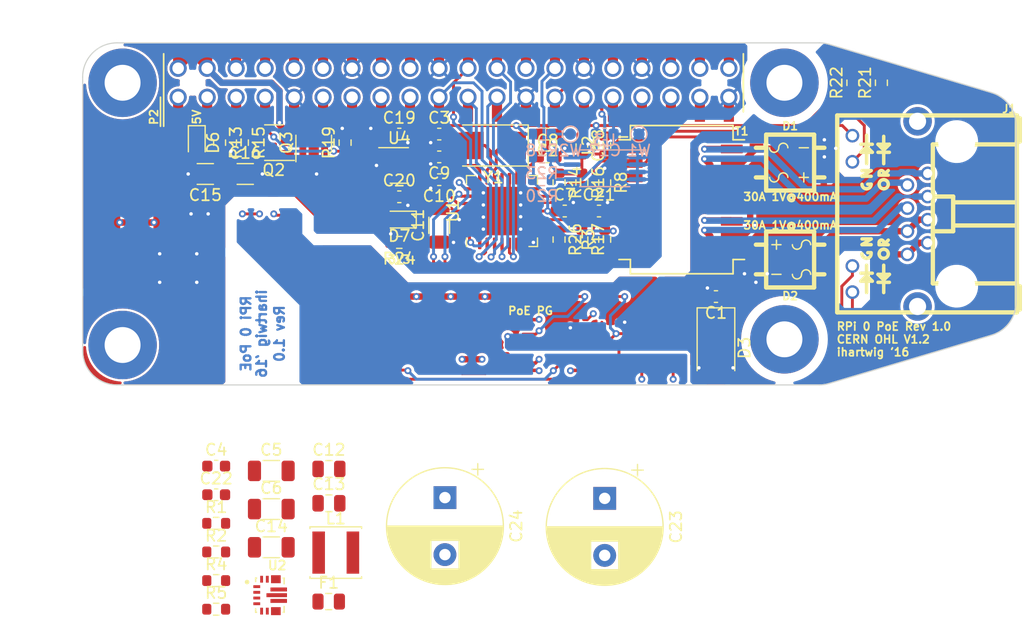
<source format=kicad_pcb>
(kicad_pcb (version 20221018) (generator pcbnew)
  (title_block (title "Raspberry Pi Hat Template") (date "2015-12-24") (rev "0.1") (company "OpenFet") (comment 1 "Author: Julien") (comment 2 "License: CERN OHL V1.2"))
  (layers (0 "F.Cu" signal) (31 "B.Cu" signal) (34 "B.Paste" user) (35 "F.Paste" user) (36 "B.SilkS" user "B.Silkscreen") (37 "F.SilkS" user "F.Silkscreen") (38 "B.Mask" user) (39 "F.Mask" user) (44 "Edge.Cuts" user))
  (net 0 "")
  (net 8 "Net-(U3-WP)")
  (net 9 "Net-(U1-~{RESET})")
  (net 10 "Net-(U1-VCAP)")
  (net 11 "Net-(U1-RBIAS)")
  (net 12 "Net-(T1-TDCT)")
  (net 13 "Net-(Q2-C2)")
  (net 14 "Net-(Q2-B)")
  (net 15 "Net-(D7-K)")
  (net 16 "Net-(D6-K)")
  (net 17 "Net-(C21-Pad1)")
  (net 18 "GND")
  (net 19 "/TPOUT_T-")
  (net 20 "/TPOUT_T+")
  (net 21 "/TPOUT-")
  (net 22 "/TPOUT+")
  (net 23 "/TPIN_T-")
  (net 24 "/TPIN_T+")
  (net 25 "/TPIN-")
  (net 26 "/TPIN+")
  (net 27 "/SPARE_PAIR_2")
  (net 28 "/SPARE_PAIR_1")
  (net 29 "/RPI_VBUS")
  (net 30 "/RPI_3V3_2")
  (net 31 "/RPI_3V3_1")
  (net 32 "/PHY_OSC2")
  (net 33 "/PHY_OSC1")
  (net 34 "/LEDB_K")
  (net 35 "/LEDB_A")
  (net 36 "/LEDA_K")
  (net 37 "/LEDA_A")
  (net 38 "/GPIO9_MISO")
  (net 39 "/GPIO8_CE0#")
  (net 40 "/GPIO7_CE1#")
  (net 41 "/GPIO6")
  (net 42 "/GPIO5")
  (net 43 "/GPIO4")
  (net 44 "/GPIO3_SCL1")
  (net 45 "/GPIO27")
  (net 46 "/GPIO26")
  (net 47 "/GPIO25")
  (net 48 "/GPIO24")
  (net 49 "/GPIO23")
  (net 50 "/GPIO22")
  (net 51 "/GPIO21_SCLK")
  (net 52 "/GPIO20_MOSI")
  (net 53 "/GPIO1_SDA1")
  (net 54 "/GPIO1_ID_SC")
  (net 55 "/GPIO19")
  (net 56 "/GPIO18")
  (net 57 "/GPIO17")
  (net 58 "/GPIO16_CE2#")
  (net 59 "/GPIO15_RXD0")
  (net 60 "/GPIO14_TXD0")
  (net 61 "/GPIO13")
  (net 62 "/GPIO12")
  (net 63 "/GPIO11_SCLK")
  (net 64 "/GPIO10_MOSI")
  (net 65 "/GPIO0_ID_SD")
  (net 66 "/DATA_PAIR_2")
  (net 67 "/DATA_PAIR_1")
  (net 68 "+5V")
  (net 69 "+3V3")
  (net 70 "/POE_VP")
  (net 71 "Net-(C1-Pad2)")
  (net 72 "/U2_VAUX")
  (net 73 "Net-(U2-VOUT)")
  (net 74 "Net-(U2-L1)")
  (net 75 "Net-(U2-L2)")
  (net 76 "/U2_FB")
  (net 77 "/U2_PG")
  (net 78 "/U2_EN")
  (footprint "pizero-poe-special:rj45-tyco-2-406549-7" (layer "F.Cu") (at 180.1 92.7 90)
    (fp_text reference "J1")
    (fp_text value "RJ45-LED" hide)
  )
  (footprint "Crystal:Crystal_SMD_5032-2Pin_5.0x3.2mm" (layer "F.Cu") (at 142.1 86.7 180)
    (fp_text reference "Y1")
    (fp_text value "25Mhz")
  )
  (footprint "Capacitor_SMD:C_0603_1608Metric" (layer "F.Cu") (at 161.6 99.95 180)
    (fp_text reference "C1")
    (fp_text value "0.1uf 100V")
  )
  (footprint "Capacitor_SMD:C_0603_1608Metric" (layer "F.Cu") (at 146.85 85.7 180)
    (fp_text reference "C2")
    (fp_text value "16pf")
  )
  (footprint "Capacitor_SMD:C_0603_1608Metric" (layer "F.Cu") (at 137.35 85.7)
    (fp_text reference "C3")
    (fp_text value "16pf")
  )
  (footprint "Capacitor_SMD:C_0603_1608Metric" (layer "F.Cu") (at 148.35 92.45)
    (fp_text reference "C7")
    (fp_text value "0.1uf")
  )
  (footprint "Capacitor_SMD:C_0603_1608Metric" (layer "F.Cu") (at 146.85 87.7)
    (fp_text reference "C8")
    (fp_text value "0.1uf")
  )
  (footprint "Capacitor_SMD:C_0603_1608Metric" (layer "F.Cu") (at 137.35 87.7 180)
    (fp_text reference "C9")
    (fp_text value "0.1uf")
  )
  (footprint "Capacitor_SMD:C_0603_1608Metric" (layer "F.Cu") (at 137.35 89.7 180)
    (fp_text reference "C10")
    (fp_text value "0.1uf")
  )
  (footprint "Capacitor_SMD:C_1206_3216Metric" (layer "F.Cu") (at 116.85 89.2 180)
    (fp_text reference "C15")
    (fp_text value "22uF")
  )
  (footprint "Capacitor_SMD:C_1206_3216Metric" (layer "F.Cu") (at 120.35 89.2)
    (fp_text reference "C16")
    (fp_text value "22uF")
  )
  (footprint "Capacitor_SMD:C_0603_1608Metric" (layer "F.Cu") (at 149.85 86.7 -90)
    (fp_text reference "C18")
    (fp_text value "0.1uf")
  )
  (footprint "Capacitor_SMD:C_0603_1608Metric" (layer "F.Cu") (at 133.85 85.7)
    (fp_text reference "C19")
    (fp_text value "1uF")
  )
  (footprint "Capacitor_SMD:C_0603_1608Metric" (layer "F.Cu") (at 133.85 91.2)
    (fp_text reference "C20")
    (fp_text value "1uF")
  )
  (footprint "Capacitor_SMD:C_0603_1608Metric" (layer "F.Cu") (at 151.35 92.45)
    (fp_text reference "C21")
    (fp_text value "0.1uf")
  )
  (footprint "pizero-poe-special:MBS" (layer "F.Cu") (at 168.1 88.2)
    (fp_text reference "D1")
    (fp_text value "30A 1V@400mA")
  )
  (footprint "pizero-poe-special:MBS" (layer "F.Cu") (at 168.1 96.7 180)
    (fp_text reference "D2")
    (fp_text value "30A 1V@400mA")
  )
  (footprint "LED_SMD:LED_0603_1608Metric" (layer "F.Cu") (at 116.1 86.45 -90)
    (fp_text reference "D6")
    (fp_text value "LED Green")
  )
  (footprint "LED_SMD:LED_0603_1608Metric" (layer "F.Cu") (at 133.85 93.2 180)
    (fp_text reference "D7")
    (fp_text value "LED Green")
  )
  (footprint "pizero-poe-special:hole-m3" (layer "F.Cu") (at 109.6 104.2)
    (fp_text reference "H1" hide)
    (fp_text value "hole-metalized-no4" hide)
  )
  (footprint "pizero-poe-special:hole-m3" (layer "F.Cu") (at 109.6 81.2)
    (fp_text reference "H2" hide)
    (fp_text value "hole-metalized-no4" hide)
  )
  (footprint "pizero-poe-special:hole-m3" (layer "F.Cu") (at 167.6 103.7)
    (fp_text reference "H3" hide)
    (fp_text value "hole-metalized-no4" hide)
  )
  (footprint "pizero-poe-special:hole-m3" (layer "F.Cu") (at 167.6 81.2)
    (fp_text reference "H4" hide)
    (fp_text value "hole-metalized-no4" hide)
  )
  (footprint "Package_DFN_QFN:QFN-28-1EP_6x6mm_P0.65mm_EP4.25x4.25mm" (layer "F.Cu") (at 142.85 92.45 90)
    (fp_text reference "U1")
    (fp_text value "ENC28J60-I/ML")
  )
  (footprint "Resistor_SMD:R_0603_1608Metric" (layer "F.Cu") (at 151.85 86.7 90)
    (fp_text reference "L2")
    (fp_text value "BEAD")
  )
  (footprint "pizero-poe-special:Pin_Header_Straight_TH-SMT-NoPaste_2x20" (layer "F.Cu") (at 114.47 82.47 90)
    (fp_text reference "P2")
    (fp_text value "dnp-REF-182665-01")
  )
  (footprint "Package_TO_SOT_SMD:SOT-23-6" (layer "F.Cu") (at 122.85 86.45 180)
    (fp_text reference "Q2")
    (fp_text value "DMMT3906_Dual_PNP")
  )
  (footprint "Package_TO_SOT_SMD:SOT-23" (layer "F.Cu") (at 126.35 86.45 90)
    (fp_text reference "Q3")
    (fp_text value "Q_PMOS_GSD")
  )
  (footprint "Resistor_SMD:R_0603_1608Metric" (layer "F.Cu") (at 151.85 94.95 90)
    (fp_text reference "R3")
    (fp_text value "1k")
  )
  (footprint "Resistor_SMD:R_0603_1608Metric" (layer "F.Cu") (at 151.85 89.95 -90)
    (fp_text reference "R8")
    (fp_text value "2.32k")
  )
  (footprint "Resistor_SMD:R_0603_1608Metric" (layer "F.Cu") (at 118.1 86.45 -90)
    (fp_text reference "R13")
    (fp_text value "1k")
  )
  (footprint "Resistor_SMD:R_0603_1608Metric" (layer "F.Cu") (at 147.85 89.95 -90)
    (fp_text reference "R14")
    (fp_text value "49.9")
  )
  (footprint "Resistor_SMD:R_0603_1608Metric" (layer "F.Cu") (at 120.1 86.45 -90)
    (fp_text reference "R15")
    (fp_text value "10k")
  )
  (footprint "Resistor_SMD:R_0603_1608Metric" (layer "F.Cu") (at 149.85 89.95 -90)
    (fp_text reference "R16")
    (fp_text value "49.9")
  )
  (footprint "Resistor_SMD:R_0603_1608Metric" (layer "F.Cu") (at 149.85 94.95 -90)
    (fp_text reference "R17")
    (fp_text value "49.9")
  )
  (footprint "Resistor_SMD:R_0603_1608Metric" (layer "F.Cu") (at 129.1 86.45 90)
    (fp_text reference "R19")
    (fp_text value "47k")
  )
  (footprint "Resistor_SMD:R_0603_1608Metric" (layer "F.Cu") (at 176.1 81.2 90)
    (fp_text reference "R21")
    (fp_text value "549")
  )
  (footprint "Resistor_SMD:R_0603_1608Metric" (layer "F.Cu") (at 173.6 81.2 90)
    (fp_text reference "R22")
    (fp_text value "549")
  )
  (footprint "Resistor_SMD:R_0603_1608Metric" (layer "F.Cu") (at 133.85 95.2 180)
    (fp_text reference "R24")
    (fp_text value "220")
  )
  (footprint "Resistor_SMD:R_0603_1608Metric" (layer "F.Cu") (at 147.85 94.95 -90)
    (fp_text reference "R26")
    (fp_text value "49.9")
  )
  (footprint "Package_TO_SOT_SMD:SOT-23-5" (layer "F.Cu") (at 133.85 88.45)
    (fp_text reference "U4")
    (fp_text value "AP7365_SOT-23-5")
  )
  (footprint "Diode_SMD:D_SMA" (layer "F.Cu") (at 161.6 104.45 -90)
    (fp_text reference "D3")
    (fp_text value "SMAJ58A")
  )
  (footprint "Capacitor_SMD:C_1206_3216Metric" (layer "F.Cu") (at 137.35 93.7 90)
    (fp_text reference "C11")
    (fp_text value "10uf")
  )
  (footprint "pizero-poe-special:Transformer_Pulse_H2019FNL" (layer "F.Cu") (at 158.6 91.45)
    (fp_text reference "T1")
    (fp_text value "H2019FNL")
  )
  (footprint "Resistor_SMD:R_0603_1608Metric" (layer "F.Cu") (at 117.8025 124.86)
    (fp_text reference "R4")
    (fp_text value "47k")
  )
  (footprint "Resistor_SMD:R_0603_1608Metric" (layer "F.Cu") (at 117.8025 122.35)
    (fp_text reference "R2")
    (fp_text value "10k")
  )
  (footprint "Capacitor_THT:CP_Radial_D10.0mm_P5.00mm" (layer "F.Cu") (at 151.85 117.65 -90)
    (fp_text reference "C23")
    (fp_text value "nostuff-330-1200uF")
  )
  (footprint "Fuse:Fuse_0805_2012Metric" (layer "F.Cu") (at 127.6625 126.7)
    (fp_text reference "F1")
    (fp_text value "2016L100/33")
  )
  (footprint "pizero-poe-special:VREG_TPS63070RNMR" (layer "F.Cu") (at 122.5075 126.14)
    (fp_text reference "U2")
    (fp_text value "TPS63070RNMR")
  )
  (footprint "Resistor_SMD:R_0603_1608Metric" (layer "F.Cu") (at 117.8025 127.37)
    (fp_text reference "R5")
    (fp_text value "10k")
  )
  (footprint "Capacitor_SMD:C_0805_2012Metric" (layer "F.Cu") (at 127.6825 115.07)
    (fp_text reference "C12")
    (fp_text value "10uF")
  )
  (footprint "Inductor_SMD:L_Sunlord_SWPA4030S" (layer "F.Cu") (at 128.2825 122.405)
    (fp_text reference "L1")
    (fp_text value "1.5uH 4.6A Isat")
  )
  (footprint "Capacitor_SMD:C_0603_1608Metric" (layer "F.Cu") (at 117.8025 114.82)
    (fp_text reference "C4")
    (fp_text value "0.1uF")
  )
  (footprint "Capacitor_SMD:C_0805_2012Metric" (layer "F.Cu") (at 127.6825 118.08)
    (fp_text reference "C13")
    (fp_text value "10uF")
  )
  (footprint "Capacitor_SMD:C_1206_3216Metric" (layer "F.Cu") (at 122.6325 118.59)
    (fp_text reference "C6")
    (fp_text value "22uF")
  )
  (footprint "Resistor_SMD:R_0603_1608Metric" (layer "F.Cu") (at 117.8025 119.84)
    (fp_text reference "R1")
    (fp_text value "52.3k")
  )
  (footprint "Capacitor_SMD:C_1206_3216Metric" (layer "F.Cu") (at 122.6325 121.94)
    (fp_text reference "C14")
    (fp_text value "22uF")
  )
  (footprint "Capacitor_THT:CP_Radial_D10.0mm_P5.00mm" (layer "F.Cu") (at 137.85 117.582323 -90)
    (fp_text reference "C24")
    (fp_text value "nostuff-330-1200uF")
  )
  (footprint "Capacitor_SMD:C_0603_1608Metric" (layer "F.Cu") (at 117.8025 117.33)
    (fp_text reference "C22")
    (fp_text value "0.1uf 100V")
  )
  (footprint "Capacitor_SMD:C_1206_3216Metric" (layer "F.Cu") (at 122.6325 115.24)
    (fp_text reference "C5")
    (fp_text value "22uF")
  )
  (footprint "Capacitor_SMD:C_0603_1608Metric" (layer "B.Cu") (at 151.85 85.7)
    (fp_text reference "C17")
    (fp_text value "nostuff-0.1u")
  )
  (footprint "Resistor_SMD:R_0603_1608Metric" (layer "B.Cu") (at 146.35 85.7)
    (fp_text reference "R18")
    (fp_text value "nostuff-1k")
  )
  (footprint "Resistor_SMD:R_0603_1608Metric" (layer "B.Cu") (at 146.35 89.7)
    (fp_text reference "R20")
    (fp_text value "nostuff-3.9k")
  )
  (footprint "Resistor_SMD:R_0603_1608Metric" (layer "B.Cu") (at 146.35 87.7)
    (fp_text reference "R23")
    (fp_text value "nostuff-3.9k")
  )
  (footprint "Package_SO:TSSOP-8_4.4x3mm_P0.65mm" (layer "B.Cu") (at 151.85 88.7 180)
    (fp_text reference "U3")
    (fp_text value "nostuff-AT24CS32-SSHM")
  )
  (footprint "TestPoint:TestPoint_Pad_D1.0mm" (layer "B.Cu") (at 154.85 85.7)
    (fp_text reference "W1")
    (fp_text value "TEST_1P")
  )
  (footprint "TestPoint:TestPoint_Pad_D1.0mm" (layer "B.Cu") (at 148.85 85.7)
    (fp_text reference "W2")
    (fp_text value "TEST_1P")
  )
  (gr_arc (start 109.1 107.7) (mid 106.97868 106.82132) (end 106.1 104.7) (stroke (width 0.1)) (layer "Edge.Cuts"))
  (gr_arc (start 106.1 80.7) (mid 106.97868 78.57868) (end 109.1 77.7) (stroke (width 0.1)) (layer "Edge.Cuts"))
  (gr_arc (start 171.518803 107.575356) (mid 171.095437 107.668675) (end 170.663042 107.7) (stroke (width 0.1)) (layer "Edge.Cuts"))
  (gr_line (start 171.518803 77.824644) (end 185.755761 82.061834) (stroke (width 0.1)) (layer "Edge.Cuts"))
  (gr_arc (start 187.9 100.46281) (mid 187.30492 102.256231) (end 185.755761 103.338166) (stroke (width 0.1)) (layer "Edge.Cuts"))
  (gr_line (start 106.1 104.7) (end 106.1 80.7) (stroke (width 0.1)) (layer "Edge.Cuts"))
  (gr_arc (start 170.663042 77.7) (mid 171.095437 77.731324) (end 171.518803 77.824644) (stroke (width 0.1)) (layer "Edge.Cuts"))
  (gr_line (start 171.518803 107.575356) (end 185.755761 103.338166) (stroke (width 0.1)) (layer "Edge.Cuts"))
  (gr_line (start 187.9 100.46281) (end 187.9 84.93719) (stroke (width 0.1)) (layer "Edge.Cuts"))
  (gr_line (start 109.1 107.7) (end 170.663042 107.7) (stroke (width 0.1)) (layer "Edge.Cuts"))
  (gr_arc (start 185.755761 82.061834) (mid 187.30492 83.143769) (end 187.9 84.93719) (stroke (width 0.1)) (layer "Edge.Cuts"))
  (gr_line (start 109.1 77.7) (end 170.663042 77.7) (stroke (width 0.1)) (layer "Edge.Cuts"))
  (gr_text "RPi 0 PoE\nihartwig '16" (at 121.1 103.2 90) (layer "B.Cu") (effects (font (size 0.85 0.85) (thickness 0.2032)) (justify mirror)))
  (gr_text "Rev 1.0" (at 123.35 103.2 90) (layer "B.Cu") (effects (font (size 0.85 0.85) (thickness 0.2032)) (justify mirror)))
  (gr_text "PoE PG" (at 145.35 101.2) (layer "F.SilkS") (effects (font (size 0.7 0.7))))
  (gr_text "3V3" (at 133.85 96.7) (layer "F.SilkS") (effects (font (size 0.7 0.7))))
  (gr_text "5V" (at 116.1 84.2 90) (layer "F.SilkS") (effects (font (size 0.7 0.7))))
  (gr_text "RPi 0 PoE Rev 1.0\nCERN OHL V1.2\nihartwig '16" (at 172.1 103.7) (layer "F.SilkS") (effects (font (size 0.7 0.7)) (justify left)))
  (segment (start 133.5 105.45) (end 133.5 104.5) (width 0.5588) (layer "F.Cu") (net 0))
  (segment (start 132.65 104.5) (end 133.5 104.5) (width 0.5588) (layer "F.Cu") (net 0))
  (segment (start 146.454 93.75) (end 146.85 94.146) (width 0.254) (layer "F.Cu") (net 0))
  (segment (start 154.215 93.355) (end 151.400638 93.355) (width 0.254) (layer "F.Cu") (net 0))
  (segment (start 135.7 105.45) (end 135.7 104.5) (width 0.5588) (layer "F.Cu") (net 0))
  (segment (start 126.1 105.95) (end 126.1 95.431) (width 0.254) (layer "F.Cu") (net 0))
  (segment (start 135.7 104.5) (end 133.5 104.5) (width 0.5588) (layer "F.Cu") (net 0))
  (segment (start 153.2009 106.55033) (end 152.55123 107.2) (width 0.254) (layer "F.Cu") (net 0))
  (segment (start 151.0583 105.7875) (end 150.0043 105.7875) (width 0.254) (layer "F.Cu") (net 0))
  (segment (start 144.6957 101.9775) (end 146.0725 101.9775) (width 0.3048) (layer "F.Cu") (net 0))
  (segment (start 138.104 105.45) (end 137.4 105.45) (width 0.254) (layer "F.Cu") (net 0))
  (segment (start 128.45 92.815) (end 129.454 92.815) (width 0.254) (layer "F.Cu") (net 0))
  (segment (start 128.1 87.2) (end 127.55076 87.2) (width 0.254) (layer "F.Cu") (net 0))
  (segment (start 152.695 94.95) (end 151.305638 94.95) (width 0.254) (layer "F.Cu") (net 0))
  (segment (start 132.446 85.7) (end 132.279 85.867) (width 0.254) (layer "F.Cu") (net 0))
  (segment (start 132.75 87.5) (end 132.75 86.921) (width 0.254) (layer "F.Cu") (net 0))
  (segment (start 132.279 86.45) (end 127.64671 86.45) (width 0.254) (layer "F.Cu") (net 0))
  (segment (start 123.35 84.9) (end 123.95 85.5) (width 0.5588) (layer "F.Cu") (net 0))
  (segment (start 127.35076 86.15405) (end 127.35076 85.5) (width 0.254) (layer "F.Cu") (net 0))
  (segment (start 147.85 95.7) (end 148.554 95.7) (width 0.254) (layer "F.Cu") (net 0))
  (segment (start 150.0043 101.9775) (end 150.3225 101.9775) (width 0.254) (layer "F.Cu") (net 0))
  (segment (start 116.260001 79.180001) (end 117.01 79.93) (width 0.5588) (layer "F.Cu") (net 0))
  (segment (start 132.75 86.921) (end 132.279 86.45) (width 0.254) (layer "F.Cu") (net 0))
  (segment (start 157.85 106.2) (end 157.85 107.2) (width 0.254) (layer "F.Cu") (net 0))
  (segment (start 146.0725 101.9775) (end 146.1 101.95) (width 0.3048) (layer "F.Cu") (net 0))
  (segment (start 141.646 106.45) (end 141.396 106.7) (width 0.254) (layer "F.Cu") (net 0))
  (segment (start 127.35076 85.5) (end 127.4 85.5) (width 0.254) (layer "F.Cu") (net 0))
  (segment (start 151.6 104.45) (end 152.85 103.2) (width 0.254) (layer "F.Cu") (net 0))
  (segment (start 133.1 85.7) (end 132.446 85.7) (width 0.254) (layer "F.Cu") (net 0))
  (segment (start 129.1 90.95) (end 127.55076 90.95) (width 0.254) (layer "F.Cu") (net 0))
  (segment (start 142.35 106.45) (end 141.646 106.45) (width 0.254) (layer "F.Cu") (net 0))
  (segment (start 144.6957 104.5175) (end 143.6417 104.5175) (width 0.254) (layer "F.Cu") (net 0))
  (segment (start 143.6417 104.5175) (end 143.3242 104.2) (width 0.254) (layer "F.Cu") (net 0))
  (segment (start 146.85 94.146) (end 146.85 94.494362) (width 0.254) (layer "F.Cu") (net 0))
  (segment (start 154.215 95.895) (end 153.64 95.895) (width 0.254) (layer "F.Cu") (net 0))
  (segment (start 145.7625 105.7875) (end 146.1 105.45) (width 0.3048) (layer "F.Cu") (net 0))
  (segment (start 122.4 85.5) (end 122.85 85.95) (width 0.254) (layer "F.Cu") (net 0))
  (segment (start 129.1 87.2) (end 128.1 87.2) (width 0.254) (layer "F.Cu") (net 0))
  (segment (start 148.8775 106.4225) (end 148.85 106.45) (width 0.3048) (layer "F.Cu") (net 0))
  (segment (start 133.534 89.4) (end 133.85 89.084) (width 0.254) (layer "F.Cu") (net 0))
  (segment (start 149.85 95.7) (end 150.85 94.7) (width 0.254) (layer "F.Cu") (net 0))
  (segment (start 149.1 94.95) (end 147.305638 94.95) (width 0.254) (layer "F.Cu") (net 0))
  (segment (start 152.55123 107.2) (end 127.35 107.2) (width 0.254) (layer "F.Cu") (net 0))
  (segment (start 133.85 87.816) (end 133.534 87.5) (width 0.254) (layer "F.Cu") (net 0))
  (segment (start 140.3 105.45) (end 141.1 105.45) (width 0.5588) (layer "F.Cu") (net 0))
  (segment (start 153.64 95.895) (end 152.695 94.95) (width 0.254) (layer "F.Cu") (net 0))
  (segment (start 120.9 92.7) (end 121.6 92.7) (width 0.254) (layer "F.Cu") (net 0))
  (segment (start 144.6957 106.4225) (end 146.0725 106.4225) (width 0.3048) (layer "F.Cu") (net 0))
  (segment (start 136.85 99.95) (end 138.35 99.95) (width 0.5588) (layer "F.Cu") (net 0))
  (segment (start 118.28 81.2) (end 122.64425 81.2) (width 0.5588) (layer "F.Cu") (net 0))
  (segment (start 151.5325 104.5175) (end 151.6 104.45) (width 0.254) (layer "F.Cu") (net 0))
  (segment (start 139.85 99.95) (end 138.35 99.95) (width 0.5588) (layer "F.Cu") (net 0))
  (segment (start 121.75 85.5) (end 122.4 85.5) (width 0.254) (layer "F.Cu") (net 0))
  (segment (start 150.85 95.405638) (end 151.305638 94.95) (width 0.254) (layer "F.Cu") (net 0))
  (segment (start 142.35 99.95) (end 141.35 99.95) (width 0.5588) (layer "F.Cu") (net 0))
  (segment (start 114.47 78.62) (end 114.47 79.93) (width 0.254) (layer "F.Cu") (net 0))
  (segment (start 147.305638 94.95) (end 146.85 94.494362) (width 0.254) (layer "F.Cu") (net 0))
  (segment (start 134.55 106.4) (end 134.6 106.45) (width 0.254) (layer "F.Cu") (net 0))
  (segment (start 127.446 94.085) (end 128.45 94.085) (width 0.254) (layer "F.Cu") (net 0))
  (segment (start 153.1 106.3491) (end 153.2009 106.45) (width 0.254) (layer "F.Cu") (net 0))
  (segment (start 131.1 87.2) (end 131.1 89.45) (width 0.254) (layer "F.Cu") (net 0))
  (segment (start 144.6957 105.7875) (end 145.7625 105.7875) (width 0.3048) (layer "F.Cu") (net 0))
  (segment (start 151.4991 106.2283) (end 151.0583 105.7875) (width 0.254) (layer "F.Cu") (net 0))
  (segment (start 145.7 94.4) (end 146.015 94.4) (width 0.254) (layer "F.Cu") (net 0))
  (segment (start 127.1 93.739) (end 127.446 94.085) (width 0.254) (layer "F.Cu") (net 0))
  (segment (start 139.354 106.7) (end 138.104 105.45) (width 0.254) (layer "F.Cu") (net 0))
  (segment (start 125.35178 90.85405) (end 125.35178 90.2) (width 0.254) (layer "F.Cu") (net 0))
  (segment (start 146.015 94.4) (end 147.315 95.7) (width 0.254) (layer "F.Cu") (net 0))
  (segment (start 136.45 106.4) (end 137.4 105.45) (width 0.5588) (layer "F.Cu") (net 0))
  (segment (start 149.85 95.7) (end 149.1 94.95) (width 0.254) (layer "F.Cu") (net 0))
  (segment (start 150.3225 101.9775) (end 150.85 101.45) (width 0.254) (layer "F.Cu") (net 0))
  (segment (start 131.1 93.95) (end 131.1 93.925) (width 0.254) (layer "F.Cu") (net 0))
  (segment (start 148.554 95.7) (end 149.134201 96.280201) (width 0.254) (layer "F.Cu") (net 0))
  (segment (start 146.0993 99.95) (end 148.1 99.95) (width 0.254) (layer "F.Cu") (net 0))
  (segment (start 129.99 92.815) (end 129.454 92.815) (width 0.254) (layer "F.Cu") (net 0))
  (segment (start 151.6 103.155638) (end 151.6 102.904) (width 0.254) (layer "F.Cu") (net 0))
  (segment (start 147.85 95.7) (end 147.315 95.7) (width 0.254) (layer "F.Cu") (net 0))
  (segment (start 133.85 99.95) (end 135.35 99.95) (width 0.5588) (layer "F.Cu") (net 0))
  (segment (start 157.85 103.2) (end 155.1 103.2) (width 0.254) (layer "F.Cu") (net 0))
  (segment (start 130.73 103.7) (end 131.85 103.7) (width 0.5588) (layer "F.Cu") (net 0))
  (segment (start 126.1 95.431) (end 124.754 94.085) (width 0.254) (layer "F.Cu") (net 0))
  (segment (start 135.7 106.4) (end 136.45 106.4) (width 0.5588) (layer "F.Cu") (net 0))
  (segment (start 149.6 99.95) (end 150.1 99.95) (width 0.254) (layer "F.Cu") (net 0))
  (segment (start 140.3 105.45) (end 139.35 105.45) (width 0.5588) (layer "F.Cu") (net 0))
  (segment (start 123.6 90.95) (end 124.6 90.95) (width 0.254) (layer "F.Cu") (net 0))
  (segment (start 127.31273 92.815) (end 125.35178 90.85405) (width 0.254) (layer "F.Cu") (net 0))
  (segment (start 131.1 93.925) (end 129.99 92.815) (width 0.254) (layer "F.Cu") (net 0))
  (segment (start 133.534 87.5) (end 132.75 87.5) (width 0.254) (layer "F.Cu") (net 0))
  (segment (start 127.55076 90.95) (end 127.35076 91.15) (width 0.254) (layer "F.Cu") (net 0))
  (segment (start 131.1 92.45) (end 131.1 90.95) (width 0.254) (layer "F.Cu") (net 0))
  (segment (start 150.0043 103.8825) (end 150.873138 103.8825) (width 0.254) (layer "F.Cu") (net 0))
  (segment (start 150.0043 104.5175) (end 151.5325 104.5175) (width 0.254) (layer "F.Cu") (net 0))
  (segment (start 151.6 102.904) (end 151.6 102.2) (width 0.254) (layer "F.Cu") (net 0))
  (segment (start 129.3 90.95) (end 130.8 89.45) (width 0.254) (layer "F.Cu") (net 0))
  (segment (start 149.134201 96.280201) (end 150.564161 96.280201) (width 0.254) (layer "F.Cu") (net 0))
  (segment (start 127.1 93.45) (end 127.1 93.739) (width 0.254) (layer "F.Cu") (net 0))
  (segment (start 147.35 106.45) (end 148.6475 105.1525) (width 0.254) (layer "F.Cu") (net 0))
  (segment (start 145.7497 104.5175) (end 146.0672 104.2) (width 0.254) (layer "F.Cu") (net 0))
  (segment (start 124.6 90.95) (end 127.1 93.45) (width 0.254) (layer "F.Cu") (net 0))
  (segment (start 150.0043 106.4225) (end 148.8775 106.4225) (width 0.3048) (layer "F.Cu") (net 0))
  (segment (start 120.9 92.7) (end 120.1 92.7) (width 0.254) (layer "F.Cu") (net 0))
  (segment (start 153.2009 106.45) (end 153.2009 106.55033) (width 0.254) (layer "F.Cu") (net 0))
  (segment (start 124.754 94.085) (end 123.75 94.085) (width 0.254) (layer "F.Cu") (net 0))
  (segment (start 127.55076 87.2) (end 127.35076 87.4) (width 0.254) (layer "F.Cu") (net 0))
  (segment (start 131.85 103.7) (end 132.65 104.5) (width 0.5588) (layer "F.Cu") (net 0))
  (segment (start 115.219999 79.180001) (end 116.260001 79.180001) (width 0.5588) (layer "F.Cu") (net 0))
  (segment (start 141.396 106.7) (end 139.354 106.7) (width 0.254) (layer "F.Cu") (net 0))
  (segment (start 144.6957 105.1525) (end 143.5525 105.1525) (width 0.254) (layer "F.Cu") (net 0))
  (segment (start 129.1 90.95) (end 129.3 90.95) (width 0.254) (layer "F.Cu") (net 0))
  (segment (start 150.85 95.994362) (end 150.85 95.405638) (width 0.254) (layer "F.Cu") (net 0))
  (segment (start 132.75 89.4) (end 133.534 89.4) (width 0.254) (layer "F.Cu") (net 0))
  (segment (start 150.85 93.905638) (end 151.400638 93.355) (width 0.254) (layer "F.Cu") (net 0))
  (segment (start 122.64425 81.2) (end 123.35 81.90575) (width 0.5588) (layer "F.Cu") (net 0))
  (segment (start 150.873138 103.8825) (end 151.6 103.155638) (width 0.254) (layer "F.Cu") (net 0))
  (segment (start 144.6957 104.5175) (end 145.7497 104.5175) (width 0.254) (layer "F.Cu") (net 0))
  (segment (start 122.965 92.815) (end 122.85 92.7) (width 0.254) (layer "F.Cu") (net 0))
  (segment (start 130.8 89.45) (end 131.1 89.45) (width 0.254) (layer "F.Cu") (net 0))
  (segment (start 139.85 99.95) (end 141.35 99.95) (width 0.5588) (layer "F.Cu") (net 0))
  (segment (start 148.6475 105.1525) (end 150.0043 105.1525) (width 0.254) (layer "F.Cu") (net 0))
  (segment (start 146.0725 106.4225) (end 146.1 106.45) (width 0.3048) (layer "F.Cu") (net 0))
  (segment (start 136.85 99.95) (end 135.35 99.95) (width 0.5588) (layer "F.Cu") (net 0))
  (segment (start 127.64671 86.45) (end 127.35076 86.15405) (width 0.254) (layer "F.Cu") (net 0))
  (segment (start 123.35 81.90575) (end 123.35 84.9) (width 0.5588) (layer "F.Cu") (net 0))
  (segment (start 151.4991 106.45) (end 151.4991 106.2283) (width 0.254) (layer "F.Cu") (net 0))
  (segment (start 132.279 85.867) (end 132.279 86.45) (width 0.254) (layer "F.Cu") (net 0))
  (segment (start 155.1 106.2) (end 155.1 107.2) (width 0.254) (layer "F.Cu") (net 0))
  (segment (start 150.564161 96.280201) (end 150.85 95.994362) (width 0.254) (layer "F.Cu") (net 0))
  (segment (start 143.5525 105.1525) (end 143.35 104.95) (width 0.254) (layer "F.Cu") (net 0))
  (segment (start 133.5 106.4) (end 134.55 106.4) (width 0.254) (layer "F.Cu") (net 0))
  (segment (start 153.1 99.95) (end 153.6 99.95) (width 0.254) (layer "F.Cu") (net 0))
  (segment (start 150.85 94.7) (end 150.85 93.905638) (width 0.254) (layer "F.Cu") (net 0))
  (segment (start 127.35 107.2) (end 126.1 105.95) (width 0.254) (layer "F.Cu") (net 0))
  (segment (start 123.95 85.5) (end 127.35076 85.5) (width 0.5588) (layer "F.Cu") (net 0))
  (segment (start 114.47 79.93) (end 115.219999 79.180001) (width 0.5588) (layer "F.Cu") (net 0))
  (segment (start 152.85 103.2) (end 155.1 103.2) (width 0.254) (layer "F.Cu") (net 0))
  (segment (start 144.6957 102.6125) (end 144.6957 101.9775) (width 0.3048) (layer "F.Cu") (net 0))
  (segment (start 145.7 93.75) (end 146.454 93.75) (width 0.254) (layer "F.Cu") (net 0))
  (segment (start 123.75 92.815) (end 122.965 92.815) (width 0.254) (layer "F.Cu") (net 0))
  (segment (start 144.6957 103.2475) (end 145.8025 103.2475) (width 0.254) (layer "F.Cu") (net 0))
  (segment (start 143.35 104.95) (end 142.35 104.95) (width 0.254) (layer "F.Cu") (net 0))
  (segment (start 145.8025 103.2475) (end 146.1 102.95) (width 0.254) (layer "F.Cu") (net 0))
  (segment (start 128.45 92.815) (end 127.31273 92.815) (width 0.254) (layer "F.Cu") (net 0))
  (segment (start 147.49 79.93) (end 147.49 78.62) (width 0.254) (layer "F.Cu") (net 0))
  (segment (start 153.1 104.45) (end 153.1 106.3491) (width 0.254) (layer "F.Cu") (net 0))
  (segment (start 117.01 78.62) (end 117.01 79.93) (width 0.254) (layer "F.Cu") (net 0))
  (segment (start 133.85 89.084) (end 133.85 87.816) (width 0.254) (layer "F.Cu") (net 0))
  (segment (start 117.01 79.93) (end 118.28 81.2) (width 0.5588) (layer "F.Cu") (net 0))
  (via (at 134.6 106.45) (size 0.6096) (drill 0.3048) (layers "F.Cu" "B.Cu") (net 0))
  (via (at 135.35 99.95) (size 0.6096) (drill 0.3048) (layers "F.Cu" "B.Cu") (net 0))
  (via (at 146.1 101.95) (size 0.6096) (drill 0.3048) (layers "F.Cu" "B.Cu") (net 0))
  (via (at 122.85 85.95) (size 0.6096) (drill 0.3048) (layers "F.Cu" "B.Cu") (net 0))
  (via (at 138.35 99.95) (size 0.6096) (drill 0.3048) (layers "F.Cu" "B.Cu") (net 0))
  (via (at 146.1 106.45) (size 0.6096) (drill 0.3048) (layers "F.Cu" "B.Cu") (net 0))
  (via (at 146.1 102.95) (size 0.6096) (drill 0.3048) (layers "F.Cu" "B.Cu") (net 0))
  (via (at 152.85 103.2) (size 0.6096) (drill 0.3048) (layers "F.Cu" "B.Cu") (net 0))
  (via (at 128.1 87.2) (size 0.6096) (drill 0.3048) (layers "F.Cu" "B.Cu") (net 0))
  (via (at 148.85 106.45) (size 0.6096) (drill 0.3048) (layers "F.Cu" "B.Cu") (net 0))
  (via (at 122.85 92.7) (size 0.6096) (drill 0.3048) (layers "F.Cu" "B.Cu") (net 0))
  (via (at 123.35 84.7) (size 0.6096) (drill 0.3048) (layers "F.Cu" "B.Cu") (net 0))
  (via (at 155.1 107.2) (size 0.6096) (drill 0.3048) (layers "F.Cu" "B.Cu") (net 0))
  (via (at 141.1 105.45) (size 0.6096) (drill 0.3048) (layers "F.Cu" "B.Cu") (net 0))
  (via (at 121.6 92.7) (size 0.6096) (drill 0.3048) (layers "F.Cu" "B.Cu") (net 0))
  (via (at 147.35 106.45) (size 0.6096) (drill 0.3048) (layers "F.Cu" "B.Cu") (net 0))
  (via (at 146.1 105.45) (size 0.6096) (drill 0.3048) (layers "F.Cu" "B.Cu") (net 0))
  (via (at 150.85 101.45) (size 0.6096) (drill 0.3048) (layers "F.Cu" "B.Cu") (net 0))
  (via (at 153.6 99.95) (size 0.6096) (drill 0.3048) (layers "F.Cu" "B.Cu") (net 0))
  (via (at 120.1 92.7) (size 0.6096) (drill 0.3048) (layers "F.Cu" "B.Cu") (net 0))
  (via (at 150.1 99.95) (size 0.6096) (drill 0.3048) (layers "F.Cu" "B.Cu") (net 0))
  (via (at 157.85 107.2) (size 0.6096) (drill 0.3048) (layers "F.Cu" "B.Cu") (net 0))
  (via (at 141.35 99.95) (size 0.6096) (drill 0.3048) (layers "F.Cu" "B.Cu") (net 0))
  (via (at 139.35 105.45) (size 0.6096) (drill 0.3048) (layers "F.Cu" "B.Cu") (net 0))
  (segment (start 148.9 89.025) (end 147.721 89.025) (width 0.254) (layer "B.Cu") (net 0))
  (segment (start 146.519799 83.369799) (end 146.35 83.2) (width 0.254) (layer "B.Cu") (net 0))
  (segment (start 146.35 81.07) (end 147.49 79.93) (width 0.254) (layer "B.Cu") (net 0))
  (segment (start 147.721 89.025) (end 147.1 88.404) (width 0.254) (layer "B.Cu") (net 0))
  (segment (start 146.519799 86.919799) (end 146.519799 83.369799) (width 0.254) (layer "B.Cu") (net 0))
  (segment (start 124.1 87.2) (end 122.85 85.95) (width 0.254) (layer "B.Cu") (net 0))
  (segment (start 146.35 83.2) (end 146.35 81.07) (width 0.254) (layer "B.Cu") (net 0))
  (segment (start 150.1 100.2) (end 149.6 100.7) (width 0.254) (layer "B.Cu") (net 0))
  (segment (start 135.35 107.2) (end 146.6 107.2) (width 0.254) (layer "B.Cu") (net 0))
  (segment (start 152.35 101.631052) (end 152.35 102.7) (width 0.254) (layer "B.Cu") (net 0))
  (segment (start 147.35 101.7) (end 148.6 101.7) (width 0.254) (layer "B.Cu") (net 0))
  (segment (start 123.35 81.95) (end 123.35 84.7) (width 0.5588) (layer "B.Cu") (net 0))
  (segment (start 146.1 102.95) (end 147.35 101.7) (width 0.254) (layer "B.Cu") (net 0))
  (segment (start 153.6 100.381052) (end 152.35 101.631052) (width 0.254) (layer "B.Cu") (net 0))
  (segment (start 147.680201 87.030201) (end 147.1 86.45) (width 0.254) (layer "B.Cu") (net 0))
  (segment (start 153.6 99.95) (end 153.6 100.381052) (width 0.254) (layer "B.Cu") (net 0))
  (segment (start 147.1 86.45) (end 147.1 85.7) (width 0.254) (layer "B.Cu") (net 0))
  (segment (start 148.9 88.375) (end 147.921 88.375) (width 0.254) (layer "B.Cu") (net 0))
  (segment (start 147.921 88.375) (end 147.680201 88.134201) (width 0.254) (layer "B.Cu") (net 0))
  (segment (start 152.35 102.7) (end 152.85 103.2) (width 0.254) (layer "B.Cu") (net 0))
  (segment (start 150.1 99.95) (end 150.1 100.2) (width 0.254) (layer "B.Cu") (net 0))
  (segment (start 146.6 107.2) (end 147.35 106.45) (width 0.254) (layer "B.Cu") (net 0))
  (segment (start 117.01 79.93) (end 118.28 81.2) (width 0.5588) (layer "B.Cu") (net 0))
  (segment (start 147.1 88.404) (end 147.1 87.7) (width 0.254) (layer "B.Cu") (net 0))
  (segment (start 147.1 87.7) (end 147.1 87.5) (width 0.254) (layer "B.Cu") (net 0))
  (segment (start 122.6 81.2) (end 123.35 81.95) (width 0.5588) (layer "B.Cu") (net 0))
  (segment (start 147.1 87.5) (end 146.519799 86.919799) (width 0.254) (layer "B.Cu") (net 0))
  (segment (start 128.1 87.2) (end 124.1 87.2) (width 0.254) (layer "B.Cu") (net 0))
  (segment (start 134.6 106.45) (end 135.35 107.2) (width 0.254) (layer "B.Cu") (net 0))
  (segment (start 148.85 85.7) (end 147.1 85.7) (width 0.254) (layer "B.Cu") (net 0))
  (segment (start 118.28 81.2) (end 122.6 81.2) (width 0.5588) (layer "B.Cu") (net 0))
  (segment (start 147.680201 88.134201) (end 147.680201 87.030201) (width 0.254) (layer "B.Cu") (net 0))
  (segment (start 148.6 101.7) (end 149.6 100.7) (width 0.254) (layer "B.Cu") (net 0))
  (segment (start 148.909045 96.7) (end 148.946457 96.737412) (width 0.254) (layer "F.Cu") (net 9))
  (segment (start 151.316588 96.737412) (end 151.85 96.204) (width 0.254) (layer "F.Cu") (net 9))
  (segment (start 151.85 96.204) (end 151.85 95.7) (width 0.254) (layer "F.Cu") (net 9))
  (segment (start 144.15 95.3) (end 144.15 95.814998) (width 0.254) (layer "F.Cu") (net 9))
  (segment (start 144.15 95.814998) (end 145.035002 96.7) (width 0.254) (layer "F.Cu") (net 9))
  (segment (start 148.946457 96.737412) (end 151.316588 96.737412) (width 0.254) (layer "F.Cu") (net 9))
  (segment (start 145.035002 96.7) (end 148.909045 96.7) (width 0.254) (layer "F.Cu") (net 9))
  (segment (start 138.404 92.2) (end 138.654 92.45) (width 0.254) (layer "F.Cu") (net 10))
  (segment (start 139.246 92.45) (end 140 92.45) (width 0.254) (layer "F.Cu") (net 10))
  (segment (start 138.654 92.45) (end 139.246 92.45) (width 0.254) (layer "F.Cu") (net 10))
  (segment (start 137.35 92.2) (end 138.404 92.2) (width 0.254) (layer "F.Cu") (net 10))
  (segment (start 149.719362 93.2) (end 149.869799 93.049563) (width 0.254) (layer "F.Cu") (net 11))
  (segment (start 149.869799 91.930201) (end 151.1 90.7) (width 0.254) (layer "F.Cu") (net 11))
  (segment (start 151.1 90.7) (end 151.85 90.7) (width 0.254) (layer "F.Cu") (net 11))
  (segment (start 146.25 93.1) (end 146.35 93.2) (width 0.254) (layer "F.Cu") (net 11))
  (segment (start 145.7 93.1) (end 146.25 93.1) (width 0.254) (layer "F.Cu") (net 11))
  (segment (start 146.35 93.2) (end 149.719362 93.2) (width 0.254) (layer "F.Cu") (net 11))
  (segment (start 149.869799 93.049563) (end 149.869799 91.930201) (width 0.254) (layer "F.Cu") (net 11))
  (segment (start 155.6 86.460638) (end 155.6 88.025) (width 0.254) (layer "F.Cu") (net 12))
  (segment (start 149.85 87.45) (end 149.85 89.2) (width 0.254) (layer "F.Cu") (net 12))
  (segment (start 151.85 87.45) (end 152.05 87.45) (width 0.254) (layer "F.Cu") (net 12))
  (segment (start 155.35 88.275) (end 154.5375 88.275) (width 0.254) (layer "F.Cu") (net 12))
  (segment (start 152.35 86.95) (end 153.1 86.2) (width 0.254) (layer "F.Cu") (net 12))
  (segment (start 153.1 86.2) (end 155.339362 86.2) (width 0.254) (layer "F.Cu") (net 12))
  (segment (start 151.85 87.45) (end 149.85 87.45) (width 0.254) (layer "F.Cu") (net 12))
  (segment (start 155.339362 86.2) (end 155.6 86.460638) (width 0.254) (layer "F.Cu") (net 12))
  (segment (start 152.05 87.45) (end 152.35 87.15) (width 0.254) (layer "F.Cu") (net 12))
  (segment (start 155.6 88.025) (end 155.35 88.275) (width 0.254) (layer "F.Cu") (net 12))
  (segment (start 152.35 87.15) (end 152.35 86.95) (width 0.254) (layer "F.Cu") (net 12))
  (segment (start 149.85 89.2) (end 147.85 89.2) (width 0.254) (layer "F.Cu") (net 12))
  (segment (start 121.75 86.45) (end 121.75 87.4) (width 0.254) (layer "F.Cu") (net 14))
  (segment (start 120.85 86.45) (end 120.1 85.7) (width 0.254) (layer "F.Cu") (net 14))
  (segment (start 121.75 86.45) (end 120.85 86.45) (width 0.254) (layer "F.Cu") (net 14))
  (segment (start 134.6 95.2) (end 134.6 93.2007) (width 0.254) (layer "F.Cu") (net 15))
  (segment (start 134.6 93.2007) (end 134.5993 93.2) (width 0.254) (layer "F.Cu") (net 15))
  (segment (start 118.1 85.7) (end 116.1007 85.7) (width 0.254) (layer "F.Cu") (net 16))
  (segment (start 116.1007 85.7) (end 116.1 85.7007) (width 0.254) (layer "F.Cu") (net 16))
  (segment (start 147.85 94.2) (end 149.85 94.2) (width 0.254) (layer "F.Cu") (net 17))
  (segment (start 150.6 93.45) (end 150.6 92.45) (width 0.254) (layer "F.Cu") (net 17))
  (segment (start 149.85 94.2) (end 150.6 93.45) (width 0.254) (layer "F.Cu") (net 17))
  (segment (start 120.1 87.2) (end 119.1 87.2) (width 0.254) (layer "F.Cu") (net 18))
  (segment (start 142.85 90.325) (end 142.31875 90.85625) (width 0.254) (layer "F.Cu") (net 18))
  (segment (start 116.3 92.7) (end 117.1 92.7) (width 0.5588) (layer "F.Cu") (net 18))
  (segment (start 136.6 85.7) (end 136.6 86.45) (width 0.254) (layer "F.Cu") (net 18))
  (segment (start 143.5 89.6) (end 143.5 90.7375) (width 0.254) (layer "F.Cu") (net 18))
  (segment (start 143.7825 103.8825) (end 143.35 103.45) (width 0.254) (layer "F.Cu") (net 18))
  (segment (start 137.33 79.93) (end 137.33 78.62) (width 0.254) (layer "F.Cu") (net 18))
  (segment (start 150.0043 102.6125) (end 148.91598 102.6125) (width 0.3048) (layer "F.Cu") (net 18))
  (segment (start 148.91598 102.6125) (end 148.839058 102.689422) (width 0.3048) (layer "F.Cu") (net 18))
  (segment (start 171.0464 86.93) (end 171.0464 86.2536) (width 0.5588) (layer "F.Cu") (net 18))
  (segment (start 149.1 92.45) (end 149.1 91.7) (width 0.254) (layer "F.Cu") (net 18))
  (segment (start 143.5 90.7375) (end 143.38125 90.85625) (width 0.254) (layer "F.Cu") (net 18))
  (segment (start 121.1 89.2) (end 121.85 89.2) (width 0.254) (layer "F.Cu") (net 18))
  (segment (start 116.1 89.2) (end 115.35 89.2) (width 0.254) (layer "F.Cu") (net 18))
  (segment (start 171.0464 87.6464) (end 171.1 87.7) (width 0.5588) (layer "F.Cu") (net 18))
  (segment (start 153.1 102.2) (end 153.6 102.2) (width 0.254) (layer "F.Cu") (net 18))
  (segment (start 165.1536 97.97) (end 165.1536 98.6464) (width 0.5588) (layer "F.Cu") (net 18))
  (segment (start 143.38125 94.04375) (end 144.479654 94.04375) (width 0.254) (layer "F.Cu") (net 18))
  (segment (start 143.38125 91.91875) (end 144.482885 91.91875) (width 0.254) (layer "F.Cu") (net 18))
  (segment (start 155.11 78.62) (end 155.11 79.93) (width 0.254) (layer "F.Cu") (net 18))
  (segment (start 144.8 95.3) (end 144.8 95.4) (width 0.254) (layer "F.Cu") (net 18))
  (segment (start 129.71 78.62) (end 129.71 79.93) (width 0.254) (layer "F.Cu") (net 18))
  (segment (start 150.03 78.62) (end 150.03 79.93) (width 0.254) (layer "F.Cu") (net 18))
  (segment (start 136.6 87.7) (end 136.6 88.31499) (width 0.254) (layer "F.Cu") (net 18))
  (segment (start 172.08 86.93) (end 172.1 86.95) (width 0.5588) (layer "F.Cu") (net 18))
  (segment (start 131.1 85.45) (end 131.35 85.2) (width 0.254) (layer "F.Cu") (net 18))
  (segment (start 141.220277 90.85625) (end 141.21499 90.850963) (width 0.254) (layer "F.Cu") (net 18))
  (segment (start 144.44375 93.997134) (end 144.48501 94.038394) (width 0.254) (layer "F.Cu") (net 18))
  (segment (start 142.31875 94.04375) (end 141.220346 94.04375) (width 0.254) (layer "F.Cu") (net 18))
  (segment (start 151.85 89.2) (end 151.85 88.7) (width 0.254) (layer "F.Cu") (net 18))
  (segment (start 143.38125 92.98125) (end 144.44375 92.98125) (width 0.254) (layer "F.Cu") (net 18))
  (segment (start 137.35 95.2) (end 138.6 95.2) (width 0.254) (layer "F.Cu") (net 18))
  (segment (start 144.482885 91.91875) (end 144.48501 91.916625) (width 0.254) (layer "F.Cu") (net 18))
  (segment (start 171.0464 86.93) (end 171.0464 87.6464) (width 0.5588) (layer "F.Cu") (net 18))
  (segment (start 131.1 85.7) (end 131.1 85.45) (width 0.254) (layer "F.Cu") (net 18))
  (segment (start 140 93.1) (end 141.095464 93.1) (width 0.254) (layer "F.Cu") (net 18))
  (segment (start 142.31875 91.91875) (end 141.217115 91.91875) (width 0.254) (layer "F.Cu") (net 18))
  (segment (start 161.6 106.15) (end 163.05 106.15) (width 0.5588) (layer "F.Cu") (net 18))
  (segment (start 163.05 106.15) (end 163.1 106.2) (width 0.5588) (layer "F.Cu") (net 18))
  (segment (start 145.7 90.5) (end 144.835973 90.5) (width 0.254) (layer "F.Cu") (net 18))
  (segment (start 144.48501 91.916625) (end 144.48501 90.850963) (width 0.254) (layer "F.Cu") (net 18))
  (segment (start 142.31875 90.85625) (end 141.220277 90.85625) (width 0.254) (layer "F.Cu") (net 18))
  (segment (start 134.6 85.7) (end 134.6 86.45) (width 0.254) (layer "F.Cu") (net 18))
  (segment (start 127.35076 89.25) (end 126.65 89.25) (width 0.254) (layer "F.Cu") (net 18))
  (segment (start 141.217115 91.91875) (end 141.21499 91.916625) (width 0.254) (layer "F.Cu") (net 18))
  (segment (start 171.0464 86.2536) (end 171.1 86.2) (width 0.5588) (layer "F.Cu") (net 18))
  (segment (start 148.35 86.45) (end 147.6 85.7) (width 0.254) (layer "F.Cu") (net 18))
  (segment (start 165.1536 97.97) (end 164.12 97.97) (width 0.5588) (layer "F.Cu") (net 18))
  (segment (start 166.08 97.97) (end 166.1 97.95) (width 0.5588) (layer "F.Cu") (net 18))
  (segment (start 118.1 87.2) (end 119.1 87.2) (width 0.254) (layer "F.Cu") (net 18))
  (segment (start 119.55 78.62) (end 119.55 79.93) (width 0.254) (layer "F.Cu") (net 18))
  (segment (start 144.835973 90.5) (end 144.789809 90.546164) (width 0.254) (layer "F.Cu") (net 18))
  (segment (start 126.65 89.25) (end 126.6 89.2) (width 0.254) (layer "F.Cu") (net 18))
  (segment (start 141.215766 92.98125) (end 141.21499 92.980474) (width 0.254) (layer "F.Cu") (net 18))
  (segment (start 116.3 92.7) (end 115.6 92.7) (width 0.5588) (layer "F.Cu") (net 18))
  (segment (start 142.31875 92.98125) (end 143.38125 92.98125) (width 0.254) (layer "F.Cu") (net 18))
  (segment (start 134.6 91.2) (end 134.6 91.95) (width 0.254) (layer "F.Cu") (net 18))
  (segment (start 149.85 86.025734) (end 150.395859 86.571593) (width 0.254) (layer "F.Cu") (net 18))
  (segment (start 142.31875 91.91875) (end 143.38125 91.91875) (width 0.254) (layer "F.Cu") (net 18))
  (segment (start 132.75 88.45) (end 131.85 88.45) (width 0.254) (layer "F.Cu") (net 18))
  (segment (start 124.63 82.47) (end 124.63 83.78) (width 0.254) (layer "F.Cu") (net 18))
  (segment (start 152.1 92.45) (end 152.1 91.7) (width 0.254) (layer "F.Cu") (net 18))
  (segment (start 145.5 95.3) (end 145.6 95.2) (width 0.254) (layer "F.Cu") (net 18))
  (segment (start 144.479723 90.85625) (end 144.48501 90.850963) (width 0.254) (layer "F.Cu") (net 18))
  (segment (start 141.220346 94.04375) (end 141.21499 94.038394) (width 0.254) (layer "F.Cu") (net 18))
  (segment (start 144.479654 94.04375) (end 144.48501 94.038394) (width 0.254) (layer "F.Cu") (net 18))
  (segment (start 141.095464 93.1) (end 141.21499 92.980474) (width 0.254) (layer "F.Cu") (net 18))
  (segment (start 143.38125 94.04375) (end 142.31875 94.04375) (width 0.254) (layer "F.Cu") (net 18))
  (segment (start 144.95 82.47) (end 144.95 83.78) (width 0.254) (layer "F.Cu") (net 18))
  (segment (start 136.6 89.7) (end 136.6 90.45) (width 0.254) (layer "F.Cu") (net 18))
  (segment (start 164.12 97.97) (end 164.1 97.95) (width 0.5588) (layer "F.Cu") (net 18))
  (segment (start 149.85 85.95) (end 149.85 86.025734) (width 0.254) (layer "F.Cu") (net 18))
  (segment (start 142.85 89.6) (end 142.85 90.325) (width 0.254) (layer "F.Cu") (net 18))
  (segment (start 142.31875 90.85625) (end 143.38125 90.85625) (width 0.254) (layer "F.Cu") (net 18))
  (segment (start 142.31875 92.98125) (end 141.215766 92.98125) (width 0.254) (layer "F.Cu") (net 18))
  (segment (start 160.15 106.15) (end 160.1 106.2) (width 0.5588) (layer "F.Cu") (net 18))
  (segment (start 143.38125 90.85625) (end 144.479723 90.85625) (width 0.254) (layer "F.Cu") (net 18))
  (segment (start 141.21499 92.980474) (end 141.21499 91.916625) (width 0.254) (layer "F.Cu") (net 18))
  (segment (start 144.44375 92.98125) (end 144.44375 93.997134) (width 0.254) (layer "F.Cu") (net 18))
  (segment (start 133.1 95.2) (end 133.1 94.45) (width 0.254) (layer "F.Cu") (net 18))
  (segment (start 140 93.1) (end 139.2 93.1) (width 0.254) (layer "F.Cu") (net 18))
  (segment (start 139.2 93.1) (end 139.1 93.2) (width 0.254) (layer "F.Cu") (net 18))
  (segment (start 165.1536 97.97) (end 166.08 97.97) (width 0.5588) (layer "F.Cu") (net 18))
  (segment (start 144.789809 90.546164) (end 144.48501 90.850963) (width 0.254) (layer "F.Cu") (net 18))
  (segment (start 144.8 95.3) (end 145.5 95.3) (width 0.254) (layer "F.Cu") (net 18))
  (segment (start 148.35 86.95) (end 148.35 86.45) (width 0.254) (layer "F.Cu") (net 18))
  (segment (start 114.47 96.2) (end 112.85 96.2) (width 0.5588) (layer "F.Cu") (net 18))
  (segment (start 114.47 96.2) (end 116.1 96.2) (width 0.5588) (layer "F.Cu") (net 18))
  (segment (start 144.6957 103.8825) (end 143.7825 103.8825) (width 0.254) (layer "F.Cu") (net 18))
  (segment (start 147.6 87.7) (end 148.35 86.95) (width 0.254) (layer "F.Cu") (net 18))
  (segment (start 165.1536 98.6464) (end 165.1 98.7) (width 0.5588) (layer "F.Cu") (net 18))
  (segment (start 129.1 85.45) (end 128.85 85.2) (width 0.254) (layer "F.Cu") (net 18))
  (segment (start 171.0464 86.93) (end 172.08 86.93) (width 0.5588) (layer "F.Cu") (net 18))
  (segment (start 114.47 98.7) (end 112.85 98.7) (width 0.5588) (layer "F.Cu") (net 18))
  (segment (start 114.47 98.7) (end 116.1 98.7) (width 0.5588) (layer "F.Cu") (net 18))
  (segment (start 162.73 83.78) (end 162.73 82.47) (width 0.254) (layer "F.Cu") (net 18))
  (segment (start 161.6 106.15) (end 160.15 106.15) (width 0.5588) (layer "F.Cu") (net 18))
  (segment (start 129.1 85.7) (end 129.1 85.45) (width 0.254) (layer "F.Cu") (net 18))
  (via (at 141.21499 90.850963) (size 0.6096) (drill 0.3048) (layers "F.Cu" "B.Cu") (net 18))
  (via (at 131.85 88.45) (size 0.6096) (drill 0.3048) (layers "F.Cu" "B.Cu") (net 18))
  (via (at 164.1 97.95) (size 0.6096) (drill 0.3048) (layers "F.Cu" "B.Cu") (net 18))
  (via (at 153.6 102.2) (size 0.6096) (drill 0.3048) (layers "F.Cu" "B.Cu") (net 18))
  (via (at 145.6 95.2) (size 0.6096) (drill 0.3048) (layers "F.Cu" "B.Cu") (net 18))
  (via (at 166.1 97.95) (size 0.6096) (drill 0.3048) (layers "F.Cu" "B.Cu") (net 18))
  (via (at 144.48501 94.038394) (size 0.6096) (drill 0.3048) (layers "F.Cu" "B.Cu") (net 18))
  (via (at 150.395859 86.571593) (size 0.6096) (drill 0.3048) (layers "F.Cu" "B.Cu") (net 18))
  (via (at 119.1 87.2) (size 0.6096) (drill 0.3048) (layers "F.Cu" "B.Cu") (net 18))
  (via (at 126.6 89.2) (size 0.6096) (drill 0.3048) (layers "F.Cu" "B.Cu") (net 18))
  (via (at 128.85 85.2) (size 0.6096) (drill 0.3048) (layers "F.Cu" "B.Cu") (net 18))
  (via (at 148.35 86.95) (size 0.6096) (drill 0.3048) (layers "F.Cu" "B.Cu") (net 18))
  (via (at 148.839058 102.689422) (size 0.6096) (drill 0.3048) (layers "F.Cu" "B.Cu") (net 18))
  (via (at 165.1 98.7) (size 0.6096) (drill 0.3048) (layers "F.Cu" "B.Cu") (net 18))
  (via (at 116.1 96.2) (size 0.6096) (drill 0.3048) (layers "F.Cu" "B.Cu") (net 18))
  (via (at 151.85 88.7) (size 0.6096) (drill 0.3048) (layers "F.Cu" "B.Cu") (net 18))
  (via (at 116.1 98.7) (size 0.6096) (drill 0.3048) (layers "F.Cu" "B.Cu") (net 18))
  (via (at 141.21499 94.038394) (size 0.6096) (drill 0.3048) (layers "F.Cu" "B.Cu") (net 18))
  (via (at 121.85 89.2) (size 0.6096) (drill 0.3048) (layers "F.Cu" "B.Cu") (net 18))
  (via (at 143.35 103.45) (size 0.6096) (drill 0.3048) (layers "F.Cu" "B.Cu") (net 18))
  (via (at 131.35 85.2) (size 0.6096) (drill 0.3048) (layers "F.Cu" "B.Cu") (net 18))
  (via (at 172.1 86.95) (size 0.6096) (drill 0.3048) (layers "F.Cu" "B.Cu") (net 18))
  (via (at 163.1 106.2) (size 0.6096) (drill 0.3048) (layers "F.Cu" "B.Cu") (net 18))
  (via (at 115.6 92.7) (size 0.6096) (drill 0.3048) (layers "F.Cu" "B.Cu") (net 18))
  (via (at 134.6 91.95) (size 0.6096) (drill 0.3048) (layers "F.Cu" "B.Cu") (net 18))
  (via (at 115.35 89.2) (size 0.6096) (drill 0.3048) (layers "F.Cu" "B.Cu") (net 18))
  (via (at 117.1 92.7) (size 0.6096) (drill 0.3048) (layers "F.Cu" "B.Cu") (net 18))
  (via (at 160.1 106.2) (size 0.6096) (drill 0.3048) (layers "F.Cu" "B.Cu") (net 18))
  (via (at 144.48501 91.916625) (size 0.6096) (drill 0.3048) (layers "F.Cu" "B.Cu") (net 18))
  (via (at 141.21499 91.916625) (size 0.6096) (drill 0.3048) (layers "F.Cu" "B.Cu") (net 18))
  (via (at 138.6 95.2) (size 0.6096) (drill 0.3048) (layers "F.Cu" "B.Cu") (net 18))
  (via (at 112.85 98.7) (size 0.6096) (drill 0.3048) (layers "F.Cu" "B.Cu") (net 18))
  (via (at 149.1 91.7) (size 0.6096) (drill 0.3048) (layers "F.Cu" "B.Cu") (net 18))
  (via (at 144.48501 90.850963) (size 0.6096) (drill 0.3048) (layers "F.Cu" "B.Cu") (net 18))
  (via (at 144.48501 92.95) (size 0.6096) (drill 0.3048) (layers "F.Cu" "B.Cu") (net 18))
  (via (at 136.6 86.45) (size 0.6096) (drill 0.3048) (layers "F.Cu" "B.Cu") (net 18))
  (via (at 136.6 90.45) (size 0.6096) (drill 0.3048) (layers "F.Cu" "B.Cu") (net 18))
  (via (at 152.1 91.7) (size 0.6096) (drill 0.3048) (layers "F.Cu" "B.Cu") (net 18))
  (via (at 171.1 87.7) (size 0.6096) (drill 0.3048) (layers "F.Cu" "B.Cu") (net 18))
  (via (at 133.1 94.45) (size 0.6096) (drill 0.3048) (layers "F.Cu" "B.Cu") (net 18))
  (via (at 136.6 88.31499) (size 0.6096) (drill 0.3048) (layers "F.Cu" "B.Cu") (net 18))
  (via (at 171.1 86.2) (size 0.6096) (drill 0.3048) (layers "F.Cu" "B.Cu") (net 18))
  (via (at 134.6 86.45) (size 0.6096) (drill 0.3048) (layers "F.Cu" "B.Cu") (net 18))
  (via (at 139.1 93.2) (size 0.6096) (drill 0.3048) (layers "F.Cu" "B.Cu") (net 18))
  (via (at 141.21499 92.980474) (size 0.6096) (drill 0.3048) (layers "F.Cu" "B.Cu") (net 18))
  (via (at 112.85 96.2) (size 0.6096) (drill 0.3048) (layers "F.Cu" "B.Cu") (net 18))
  (segment (start 161.695 89.545) (end 161.1 88.95) (width 0.5588) (layer "F.Cu") (net 19))
  (segment (start 161.1 88.95) (end 161.1 88.3818) (width 0.5588) (layer "F.Cu") (net 19))
  (segment (start 162.985 89.545) (end 161.695 89.545) (width 0.5588) (layer "F.Cu") (net 19))
  (segment (start 161.1 88.3818) (end 160.6 87.8818) (width 0.5588) (layer "F.Cu") (net 19))
  (via (at 160.6 87.8818) (size 0.6096) (drill 0.3048) (layers "F.Cu" "B.Cu") (net 19))
  (segment (start 169.181664 91.3564) (end 165.681663 87.856399) (width 0.5588) (layer "B.Cu") (net 19))
  (segment (start 178.174679 89.961879) (end 176.162857 89.961879) (width 0.5588) (layer "B.Cu") (net 19))
  (segment (start 160.6 87.8818) (end 160.625401 87.856399) (width 0.5588) (layer "B.Cu") (net 19))
  (segment (start 178.37534 90.16254) (end 178.174679 89.961879) (width 0.5588) (layer "B.Cu") (net 19))
  (segment (start 176.162857 89.961879) (end 174.768336 91.3564) (width 0.5588) (layer "B.Cu") (net 19))
  (segment (start 174.768336 91.3564) (end 169.181664 91.3564) (width 0.5588) (layer "B.Cu") (net 19))
  (segment (start 160.625401 87.856399) (end 165.681663 87.856399) (width 0.5588) (layer "B.Cu") (net 19))
  (segment (start 160.6132 87.005) (end 160.6 87.0182) (width 0.5588) (layer "F.Cu") (net 20))
  (segment (start 162.985 87.005) (end 160.6132 87.005) (width 0.5588) (layer "F.Cu") (net 20))
  (via (at 160.6 87.0182) (size 0.6096) (drill 0.3048) (layers "F.Cu" "B.Cu") (net 20))
  (segment (start 177.831575 89.029699) (end 177.712194 89.14908) (width 0.5588) (layer "B.Cu") (net 20))
  (segment (start 174.431664 90.5436) (end 169.518336 90.5436) (width 0.5588) (layer "B.Cu") (net 20))
  (segment (start 178.919105 89.029699) (end 177.831575 89.029699) (width 0.5588) (layer "B.Cu") (net 20))
  (segment (start 179.038486 89.14908) (end 178.919105 89.029699) (width 0.5588) (layer "B.Cu") (net 20))
  (segment (start 180.15588 89.14908) (end 179.038486 89.14908) (width 0.5588) (layer "B.Cu") (net 20))
  (segment (start 160.625401 87.043601) (end 166.018337 87.043601) (width 0.5588) (layer "B.Cu") (net 20))
  (segment (start 169.518336 90.5436) (end 166.018337 87.043601) (width 0.5588) (layer "B.Cu") (net 20))
  (segment (start 175.826184 89.14908) (end 174.431664 90.5436) (width 0.5588) (layer "B.Cu") (net 20))
  (segment (start 177.712194 89.14908) (end 175.826184 89.14908) (width 0.5588) (layer "B.Cu") (net 20))
  (segment (start 160.6 87.0182) (end 160.625401 87.043601) (width 0.5588) (layer "B.Cu") (net 20))
  (segment (start 150.290955 90.7) (end 149.85 90.7) (width 0.254) (layer "F.Cu") (net 21))
  (segment (start 146.35 91.7) (end 148.146 91.7) (width 0.254) (layer "F.Cu") (net 21))
  (segment (start 145.7 91.8) (end 146.25 91.8) (width 0.254) (layer "F.Cu") (net 21))
  (segment (start 150.871156 90.119799) (end 150.290955 90.7) (width 0.254) (layer "F.Cu") (net 21))
  (segment (start 152.431201 90.119799) (end 152.1 90.119799) (width 0.254) (layer "F.Cu") (net 21))
  (segment (start 152.1 90.119799) (end 150.871156 90.119799) (width 0.254) (layer "F.Cu") (net 21))
  (segment (start 148.146 91.7) (end 149.146 90.7) (width 0.254) (layer "F.Cu") (net 21))
  (segment (start 149.146 90.7) (end 149.85 90.7) (width 0.254) (layer "F.Cu") (net 21))
  (segment (start 146.25 91.8) (end 146.35 91.7) (width 0.254) (layer "F.Cu") (net 21))
  (segment (start 154.215 89.545) (end 153.006 89.545) (width 0.254) (layer "F.Cu") (net 21))
  (segment (start 153.006 89.545) (end 152.431201 90.119799) (width 0.254) (layer "F.Cu") (net 21))
  (segment (start 152.580002 88.064998) (end 153.64 87.005) (width 0.254) (layer "F.Cu") (net 22))
  (segment (start 145.7 91.15) (end 147.4 91.15) (width 0.254) (layer "F.Cu") (net 22))
  (segment (start 150.85 89.494362) (end 150.85 88.760196) (width 0.254) (layer "F.Cu") (net 22))
  (segment (start 147.4 91.15) (end 147.85 90.7) (width 0.254) (layer "F.Cu") (net 22))
  (segment (start 153.64 87.005) (end 154.215 87.005) (width 0.254) (layer "F.Cu") (net 22))
  (segment (start 148.8 89.95) (end 150.394362 89.95) (width 0.254) (layer "F.Cu") (net 22))
  (segment (start 150.85 88.760196) (end 151.545198 88.064998) (width 0.254) (layer "F.Cu") (net 22))
  (segment (start 151.545198 88.064998) (end 152.580002 88.064998) (width 0.254) (layer "F.Cu") (net 22))
  (segment (start 147.85 90.7) (end 148.05 90.7) (width 0.254) (layer "F.Cu") (net 22))
  (segment (start 150.394362 89.95) (end 150.85 89.494362) (width 0.254) (layer "F.Cu") (net 22))
  (segment (start 148.05 90.7) (end 148.8 89.95) (width 0.254) (layer "F.Cu") (net 22))
  (segment (start 162.985 95.895) (end 161.795 95.895) (width 0.5588) (layer "F.Cu") (net 23))
  (segment (start 161.1 95.2) (end 161.1 94.6318) (width 0.5588) (layer "F.Cu") (net 23))
  (segment (start 161.1 94.6318) (end 160.6 94.1318) (width 0.5588) (layer "F.Cu") (net 23))
  (segment (start 161.795 95.895) (end 161.1 95.2) (width 0.5588) (layer "F.Cu") (net 23))
  (via (at 160.6 94.1318) (size 0.6096) (drill 0.3048) (layers "F.Cu" "B.Cu") (net 23))
  (segment (start 178.174679 91.991339) (end 177.883397 91.991339) (width 0.5588) (layer "B.Cu") (net 23))
  (segment (start 178.37534 92.192) (end 178.174679 91.991339) (width 0.5588) (layer "B.Cu") (net 23))
  (segment (start 160.6 94.1318) (end 160.625401 94.106399) (width 0.5588) (layer "B.Cu") (net 23))
  (segment (start 160.625401 94.106399) (end 175.768337 94.106399) (width 0.5588) (layer "B.Cu") (net 23))
  (segment (start 177.883397 91.991339) (end 175.768337 94.106399) (width 0.5588) (layer "B.Cu") (net 23))
  (segment (start 162.985 93.355) (end 162.8982 93.2682) (width 0.5588) (layer "F.Cu") (net 24))
  (segment (start 162.8982 93.2682) (end 160.6 93.2682) (width 0.5588) (layer "F.Cu") (net 24))
  (via (at 160.6 93.2682) (size 0.6096) (drill 0.3048) (layers "F.Cu" "B.Cu") (net 24))
  (segment (start 180.15588 91.17854) (end 179.038486 91.17854) (width 0.5588) (layer "B.Cu") (net 24))
  (segment (start 177.546724 91.17854) (end 175.431663 93.293601) (width 0.5588) (layer "B.Cu") (net 24))
  (segment (start 160.6 93.2682) (end 160.625401 93.293601) (width 0.5588) (layer "B.Cu") (net 24))
  (segment (start 179.038486 91.17854) (end 179.037216 91.17727) (width 0.5588) (layer "B.Cu") (net 24))
  (segment (start 177.712194 91.17854) (end 177.546724 91.17854) (width 0.5588) (layer "B.Cu") (net 24))
  (segment (start 160.625401 93.293601) (end 175.431663 93.293601) (width 0.5588) (layer "B.Cu") (net 24))
  (segment (start 177.712194 91.17854) (end 179.038486 91.17854) (width 0.3048) (layer "B.Cu") (net 24))
  (segment (start 179.3888 95.23746) (end 178.37534 96.25092) (width 0.5588) (layer "F.Cu") (net 27))
  (segment (start 175.15092 96.25092) (end 174.35 95.45) (width 0.5588) (layer "F.Cu") (net 27))
  (segment (start 178.37534 96.25092) (end 175.15092 96.25092) (width 0.5588) (layer "F.Cu") (net 27))
  (segment (start 171.04894 97.25106) (end 172.85 95.45) (width 0.5588) (layer "F.Cu") (net 27))
  (segment (start 171.04894 97.97) (end 171.04894 97.25106) (width 0.5588) (layer "F.Cu") (net 27))
  (segment (start 180.15588 95.23746) (end 179.3888 95.23746) (width 0.5588) (layer "F.Cu") (net 27))
  (segment (start 172.85 95.45) (end 174.35 95.45) (width 0.5588) (layer "F.Cu") (net 27))
  (segment (start 171.0464 95.43) (end 171.0464 95.2536) (width 0.5588) (layer "F.Cu") (net 28))
  (segment (start 178.37534 94.22146) (end 172.6 94.22146) (width 0.5588) (layer "F.Cu") (net 28))
  (segment (start 171.0464 95.2536) (end 172.07854 94.22146) (width 0.5588) (layer "F.Cu") (net 28))
  (segment (start 180.15588 93.208) (end 179.3888 93.208) (width 0.5588) (layer "F.Cu") (net 28))
  (segment (start 172.07854 94.22146) (end 172.6 94.22146) (width 0.5588) (layer "F.Cu") (net 28))
  (segment (start 179.3888 93.208) (end 178.37534 94.22146) (width 0.5588) (layer "F.Cu") (net 28))
  (segment (start 134.79 82.47) (end 134.79 83.78) (width 0.254) (layer "F.Cu") (net 30))
  (segment (start 114.47 83.78) (end 114.47 82.47) (width 0.254) (layer "F.Cu") (net 31))
  (segment (start 141.354 86.7) (end 140.25 86.7) (width 0.254) (layer "F.Cu") (net 32))
  (segment (start 139.25 85.7) (end 140.25 86.7) (width 0.254) (layer "F.Cu") (net 32))
  (segment (start 141.55 88.846) (end 141.85 88.546) (width 0.254) (layer "F.Cu") (net 32))
  (segment (start 141.85 88.546) (end 141.85 87.196) (width 0.254) (layer "F.Cu") (net 32))
  (segment (start 141.85 87.196) (end 141.354 86.7) (width 0.254) (layer "F.Cu") (net 32))
  (segment (start 138.1 85.7) (end 139.25 85.7) (width 0.254) (layer "F.Cu") (net 32))
  (segment (start 141.55 89.6) (end 141.55 88.846) (width 0.254) (layer "F.Cu") (net 32))
  (segment (start 142.35 87.196) (end 142.846 86.7) (width 0.254) (layer "F.Cu") (net 33))
  (segment (start 146.1 85.7) (end 144.95 85.7) (width 0.254) (layer "F.Cu") (net 33))
  (segment (start 142.2 89.6) (end 142.2 88.846) (width 0.254) (layer "F.Cu") (net 33))
  (segment (start 144.95 85.7) (end 143.95 86.7) (width 0.254) (layer "F.Cu") (net 33))
  (segment (start 142.846 86.7) (end 143.95 86.7) (width 0.254) (layer "F.Cu") (net 33))
  (segment (start 142.35 88.696) (end 142.35 87.196) (width 0.254) (layer "F.Cu") (net 33))
  (segment (start 142.2 88.846) (end 142.35 88.696) (width 0.254) (layer "F.Cu") (net 33))
  (segment (start 155.35 96.7) (end 152.35 96.7) (width 0.254) (layer "F.Cu") (net 34))
  (segment (start 178.1 104.2) (end 180.35 104.2) (width 0.254) (layer "F.Cu") (net 34))
  (segment (start 173.55696 98.117196) (end 172.627319 99.046837) (width 0.254) (layer "F.Cu") (net 34))
  (segment (start 139.65 90.5) (end 139.1 89.95) (width 0.254) (layer "F.Cu") (net 34))
  (segment (start 172.627319 99.046837) (end 172.627319 101.727319) (width 0.254) (layer "F.Cu") (net 34))
  (segment (start 137.85 96.95) (end 137.85 96.45) (width 0.254) (layer "F.Cu") (net 34))
  (segment (start 157.1 85.45) (end 156.1 86.45) (width 0.254) (layer "F.Cu") (net 34))
  (segment (start 180.35 104.2) (end 181.1 103.45) (width 0.254) (layer "F.Cu") (net 34))
  (segment (start 174.35 103.45) (end 177.35 103.45) (width 0.254) (layer "F.Cu") (net 34))
  (segment (start 156.1 95.95) (end 155.35 96.7) (width 0.254) (layer "F.Cu") (net 34))
  (segment (start 181.1 103.45) (end 183.1 103.45) (width 0.254) (layer "F.Cu") (net 34))
  (segment (start 181.1 82.2) (end 180.1 81.2) (width 0.254) (layer "F.Cu") (net 34))
  (segment (start 183.1 103.45) (end 186.1 100.45) (width 0.254) (layer "F.Cu") (net 34))
  (segment (start 152.35 96.7) (end 151.85 97.2) (width 0.254) (layer "F.Cu") (net 34))
  (segment (start 172.1 81.45) (end 172.1 82.95) (width 0.254) (layer "F.Cu") (net 34))
  (segment (start 173.55696 97.26946) (end 173.55696 98.117196) (width 0.254) (layer "F.Cu") (net 34))
  (segment (start 156.1 86.45) (end 156.1 95.95) (width 0.254) (layer "F.Cu") (net 34))
  (segment (start 172.1 82.95) (end 169.6 85.45) (width 0.254) (layer "F.Cu") (net 34))
  (segment (start 172.35 81.2) (end 172.1 81.45) (width 0.254) (layer "F.Cu") (net 34))
  (segment (start 186.1 100.45) (end 186.1 84.95) (width 0.254) (layer "F.Cu") (net 34))
  (segment (start 151.85 97.2) (end 138.1 97.2) (width 0.254) (layer "F.Cu") (net 34))
  (segment (start 180.1 81.2) (end 172.35 81.2) (width 0.254) (layer "F.Cu") (net 34))
  (segment (start 177.35 103.45) (end 178.1 104.2) (width 0.254) (layer "F.Cu") (net 34))
  (segment (start 138.1 97.2) (end 137.85 96.95) (width 0.254) (layer "F.Cu") (net 34))
  (segment (start 140 90.5) (end 139.65 90.5) (width 0.254) (layer "F.Cu") (net 34))
  (segment (start 186.1 84.95) (end 183.35 82.2) (width 0.254) (layer "F.Cu") (net 34))
  (segment (start 169.6 85.45) (end 157.1 85.45) (width 0.254) (layer "F.Cu") (net 34))
  (segment (start 172.627319 101.727319) (end 174.35 103.45) (width 0.254) (layer "F.Cu") (net 34))
  (segment (start 183.35 82.2) (end 181.1 82.2) (width 0.254) (layer "F.Cu") (net 34))
  (via (at 137.85 96.45) (size 0.6096) (drill 0.3048) (layers "F.Cu" "B.Cu") (net 34))
  (via (at 139.1 89.95) (size 0.6096) (drill 0.3048) (layers "F.Cu" "B.Cu") (net 34))
  (segment (start 139.85 90.7) (end 139.85 91.2) (width 0.254) (layer "B.Cu") (net 34))
  (segment (start 139.404799 90.254799) (end 139.85 90.7) (width 0.254) (layer "B.Cu") (net 34))
  (segment (start 139.85 91.2) (end 137.85 93.2) (width 0.254) (layer "B.Cu") (net 34))
  (segment (start 137.85 93.2) (end 137.85 96.45) (width 0.254) (layer "B.Cu") (net 34))
  (segment (start 139.1 89.95) (end 139.404799 90.254799) (width 0.254) (layer "B.Cu") (net 34))
  (segment (start 174.6 102.95) (end 177.6 102.95) (width 0.254) (layer "F.Cu") (net 35))
  (segment (start 185.6 100.2) (end 185.6 85.2) (width 0.254) (layer "F.Cu") (net 35))
  (segment (start 173.55696 99.56054) (end 173.55696 101.90696) (width 0.254) (layer "F.Cu") (net 35))
  (segment (start 180.1 103.7) (end 178.35 103.7) (width 0.254) (layer "F.Cu") (net 35))
  (segment (start 182.85 102.95) (end 185.6 100.2) (width 0.254) (layer "F.Cu") (net 35))
  (segment (start 180.1 81.95) (end 176.1 81.95) (width 0.254) (layer "F.Cu") (net 35))
  (segment (start 180.85 82.7) (end 180.1 81.95) (width 0.254) (layer "F.Cu") (net 35))
  (segment (start 173.55696 101.90696) (end 174.6 102.95) (width 0.254) (layer "F.Cu") (net 35))
  (segment (start 180.85 102.95) (end 180.1 103.7) (width 0.254) (layer "F.Cu") (net 35))
  (segment (start 178.35 103.7) (end 177.6 102.95) (width 0.254) (layer "F.Cu") (net 35))
  (segment (start 185.6 85.2) (end 183.1 82.7) (width 0.254) (layer "F.Cu") (net 35))
  (segment (start 180.85 102.95) (end 182.85 102.95) (width 0.254) (layer "F.Cu") (net 35))
  (segment (start 183.1 82.7) (end 180.85 82.7) (width 0.254) (layer "F.Cu") (net 35))
  (segment (start 170.85 84.95) (end 172.6675 84.95) (width 0.254) (layer "F.Cu") (net 36))
  (segment (start 156.6 86.7) (end 157.35 85.95) (width 0.254) (layer "F.Cu") (net 36))
  (segment (start 140 91.15) (end 139.260938 91.15) (width 0.254) (layer "F.Cu") (net 36))
  (segment (start 156.6 96.2) (end 156.6 86.7) (width 0.254) (layer "F.Cu") (net 36))
  (segment (start 152.6 97.2) (end 155.6 97.2) (width 0.254) (layer "F.Cu") (net 36))
  (segment (start 157.35 85.95) (end 169.85 85.95) (width 0.254) (layer "F.Cu") (net 36))
  (segment (start 169.85 85.95) (end 170.85 84.95) (width 0.254) (layer "F.Cu") (net 36))
  (segment (start 137.6 97.7) (end 152.1 97.7) (width 0.254) (layer "F.Cu") (net 36))
  (segment (start 155.6 97.2) (end 156.6 96.2) (width 0.254) (layer "F.Cu") (net 36))
  (segment (start 136.85 96.45) (end 136.85 96.95) (width 0.254) (layer "F.Cu") (net 36))
  (segment (start 136.85 96.95) (end 137.6 97.7) (width 0.254) (layer "F.Cu") (net 36))
  (segment (start 152.1 97.7) (end 152.6 97.2) (width 0.254) (layer "F.Cu") (net 36))
  (segment (start 139.260938 91.15) (end 139.076504 90.965566) (width 0.254) (layer "F.Cu") (net 36))
  (segment (start 172.6675 84.95) (end 173.55696 85.83946) (width 0.254) (layer "F.Cu") (net 36))
  (via (at 136.85 96.45) (size 0.6096) (drill 0.3048) (layers "F.Cu" "B.Cu") (net 36))
  (via (at 139.076504 90.965566) (size 0.6096) (drill 0.3048) (layers "F.Cu" "B.Cu") (net 36))
  (segment (start 139.076504 90.973496) (end 136.85 93.2) (width 0.254) (layer "B.Cu") (net 36))
  (segment (start 136.85 93.2) (end 136.85 96.45) (width 0.254) (layer "B.Cu") (net 36))
  (segment (start 139.076504 90.965566) (end 139.076504 90.973496) (width 0.254) (layer "B.Cu") (net 36))
  (segment (start 173.6 81.95) (end 173.6 83.95) (width 0.254) (layer "F.Cu") (net 37))
  (segment (start 174.6 84.95) (end 174.6 87.0875) (width 0.254) (layer "F.Cu") (net 37))
  (segment (start 173.6 83.95) (end 174.6 84.95) (width 0.254) (layer "F.Cu") (net 37))
  (segment (start 174.6 87.0875) (end 173.55696 88.13054) (width 0.254) (layer "F.Cu") (net 37))
  (segment (start 141.415201 96.064161) (end 141.279362 96.2) (width 0.254) (layer "F.Cu") (net 38))
  (segment (start 140.85 96.45) (end 141.1 96.2) (width 0.254) (layer "F.Cu") (net 38))
  (segment (start 141.279362 96.2) (end 141.1 96.2) (width 0.254) (layer "F.Cu") (net 38))
  (segment (start 141.415201 95.884799) (end 141.415201 96.064161) (width 0.254) (layer "F.Cu") (net 38))
  (segment (start 141.55 95.3) (end 141.55 95.75) (width 0.254) (layer "F.Cu") (net 38))
  (segment (start 139.87 83.78) (end 139.87 82.47) (width 0.254) (layer "F.Cu") (net 38))
  (segment (start 141.55 95.75) (end 141.415201 95.884799) (width 0.254) (layer "F.Cu") (net 38))
  (via (at 140.85 96.45) (size 0.6096) (drill 0.3048) (layers "F.Cu" "B.Cu") (net 38))
  (segment (start 140.85 96.45) (end 142.35 94.95) (width 0.254) (layer "B.Cu") (net 38))
  (segment (start 140.6 88.2) (end 140.6 83.45) (width 0.254) (layer "B.Cu") (net 38))
  (segment (start 139.87 82.72) (end 139.87 82.47) (width 0.254) (layer "B.Cu") (net 38))
  (segment (start 140.6 83.45) (end 139.87 82.72) (width 0.254) (layer "B.Cu") (net 38))
  (segment (start 142.35 94.95) (end 142.35 89.95) (width 0.254) (layer "B.Cu") (net 38))
  (segment (start 142.35 89.95) (end 140.6 88.2) (width 0.254) (layer "B.Cu") (net 38))
  (segment (start 143.5 95.3) (end 143.5 96.1) (width 0.254) (layer "F.Cu") (net 39))
  (segment (start 142.41 79.93) (end 142.41 78.62) (width 0.254) (layer "F.Cu") (net 39))
  (segment (start 143.5 96.1) (end 143.85 96.45) (width 0.254) (layer "F.Cu") (net 39))
  (via (at 143.85 96.45) (size 0.6096) (drill 0.3048) (layers "F.Cu" "B.Cu") (net 39))
  (segment (start 142.1 87.45) (end 142.1 84.45) (width 0.254) (layer "B.Cu") (net 39))
  (segment (start 143.85 89.2) (end 142.1 87.45) (width 0.254) (layer "B.Cu") (net 39))
  (segment (start 143.85 96.45) (end 143.85 89.2) (width 0.254) (layer "B.Cu") (net 39))
  (segment (start 142.1 84.45) (end 143.6 82.95) (width 0.254) (layer "B.Cu") (net 39))
  (segment (start 143.6 81.12) (end 142.41 79.93) (width 0.254) (layer "B.Cu") (net 39))
  (segment (start 143.6 82.95) (end 143.6 81.12) (width 0.254) (layer "B.Cu") (net 39))
  (segment (start 144.95 78.62) (end 144.95 79.93) (width 0.254) (layer "F.Cu") (net 40))
  (segment (start 152.57 82.47) (end 152.57 83.78) (width 0.254) (layer "F.Cu") (net 41))
  (segment (start 150.03 82.47) (end 150.03 83.78) (width 0.254) (layer "F.Cu") (net 42))
  (segment (start 122.09 83.78) (end 122.09 82.47) (width 0.254) (layer "F.Cu") (net 43))
  (segment (start 119.55 83.78) (end 119.55 82.47) (width 0.254) (layer "F.Cu") (net 44))
  (segment (start 129.71 82.47) (end 129.71 83.78) (width 0.254) (layer "F.Cu") (net 45))
  (segment (start 160.19 82.47) (end 160.19 83.78) (width 0.254) (layer "F.Cu") (net 46))
  (segment (start 140 94.4) (end 140 95.1) (width 0.254) (layer "F.Cu") (net 47))
  (segment (start 138.6 81.2) (end 138.6 84.2) (width 0.254) (layer "F.Cu") (net 47))
  (segment (start 139.87 79.93) (end 139.87 78.62) (width 0.254) (layer "F.Cu") (net 47))
  (segment (start 140 95.1) (end 140.1 95.2) (width 0.254) (layer "F.Cu") (net 47))
  (segment (start 139.87 79.93) (end 138.6 81.2) (width 0.254) (layer "F.Cu") (net 47))
  (via (at 138.6 84.2) (size 0.6096) (drill 0.3048) (layers "F.Cu" "B.Cu") (net 47))
  (via (at 140.1 95.2) (size 0.6096) (drill 0.3048) (layers "F.Cu" "B.Cu") (net 47))
  (segment (start 140.1 86.2) (end 138.6 84.7) (width 0.254) (layer "B.Cu") (net 47))
  (segment (start 138.6 84.7) (end 138.6 84.2) (width 0.254) (layer "B.Cu") (net 47))
  (segment (start 140.404799 95.504799) (end 141.045201 95.504799) (width 0.254) (layer "B.Cu") (net 47))
  (segment (start 141.85 90.2) (end 140.1 88.45) (width 0.254) (layer "B.Cu") (net 47))
  (segment (start 141.045201 95.504799) (end 141.85 94.7) (width 0.254) (layer "B.Cu") (net 47))
  (segment (start 140.1 88.45) (end 140.1 86.2) (width 0.254) (layer "B.Cu") (net 47))
  (segment (start 141.85 94.7) (end 141.85 90.2) (width 0.254) (layer "B.Cu") (net 47))
  (segment (start 140.1 95.2) (end 140.404799 95.504799) (width 0.254) (layer "B.Cu") (net 47))
  (segment (start 134.79 78.62) (end 134.79 79.93) (width 0.254) (layer "F.Cu") (net 48))
  (segment (start 132.25 79.93) (end 132.25 78.62) (width 0.254) (layer "F.Cu") (net 49))
  (segment (start 132.25 83.78) (end 132.25 82.47) (width 0.254) (layer "F.Cu") (net 50))
  (segment (start 162.73 79.93) (end 162.73 78.62) (width 0.254) (layer "F.Cu") (net 51))
  (segment (start 160.19 78.62) (end 160.19 79.93) (width 0.254) (layer "F.Cu") (net 52))
  (segment (start 117.01 83.78) (end 117.01 82.47) (width 0.254) (layer "F.Cu") (net 53))
  (segment (start 157.65 83.78) (end 157.65 82.47) (width 0.254) (layer "F.Cu") (net 55))
  (segment (start 127.17 79.93) (end 127.17 78.62) (width 0.254) (layer "F.Cu") (net 56))
  (segment (start 127.17 83.78) (end 127.17 82.47) (width 0.254) (layer "F.Cu") (net 57))
  (segment (start 157.65 79.93) (end 157.65 78.62) (width 0.254) (layer "F.Cu") (net 58))
  (segment (start 124.63 78.62) (end 124.63 79.93) (width 0.254) (layer "F.Cu") (net 59))
  (segment (start 122.09 78.62) (end 122.09 79.93) (width 0.254) (layer "F.Cu") (net 60))
  (segment (start 155.11 82.47) (end 155.11 83.78) (width 0.254) (layer "F.Cu") (net 61))
  (segment (start 152.57 79.93) (end 152.57 78.62) (width 0.254) (layer "F.Cu") (net 62))
  (segment (start 142.85 95.3) (end 142.85 96.45) (width 0.254) (layer "F.Cu") (net 63))
  (segment (start 142.41 82.47) (end 142.41 83.78) (width 0.254) (layer "F.Cu") (net 63))
  (via (at 142.85 96.45) (size 0.6096) (drill 0.3048) (layers "F.Cu" "B.Cu") (net 63))
  (segment (start 141.6 83.28) (end 142.41 82.47) (width 0.254) (layer "B.Cu") (net 63))
  (segment (start 143.35 95.518948) (end 143.35 89.45) (width 0.254) (layer "B.Cu") (net 63))
  (segment (start 143.35 89.45) (end 141.6 87.7) (width 0.254) (layer "B.Cu") (net 63))
  (segment (start 142.85 96.45) (end 142.85 96.018948) (width 0.254) (layer "B.Cu") (net 63))
  (segment (start 142.85 96.018948) (end 143.35 95.518948) (width 0.254) (layer "B.Cu") (net 63))
  (segment (start 141.6 87.7) (end 141.6 83.28) (width 0.254) (layer "B.Cu") (net 63))
  (segment (start 142.199278 96.175933) (end 141.894479 96.480732) (width 0.254) (layer "F.Cu") (net 64))
  (segment (start 137.33 83.78) (end 137.33 82.47) (width 0.254) (layer "F.Cu") (net 64))
  (segment (start 142.2 95.3) (end 142.2 96.175211) (width 0.254) (layer "F.Cu") (net 64))
  (segment (start 142.2 96.175211) (end 142.199278 96.175933) (width 0.254) (layer "F.Cu") (net 64))
  (via (at 141.894479 96.480732) (size 0.6096) (drill 0.3048) (layers "F.Cu" "B.Cu") (net 64))
  (segment (start 138.6 81.2) (end 137.33 82.47) (width 0.254) (layer "B.Cu") (net 64))
  (segment (start 141.894479 96.480732) (end 142.199278 96.175933) (width 0.254) (layer "B.Cu") (net 64))
  (segment (start 142.85 89.7) (end 141.1 87.95) (width 0.254) (layer "B.Cu") (net 64))
  (segment (start 142.199278 96.175933) (end 142.199278 95.850722) (width 0.254) (layer "B.Cu") (net 64))
  (segment (start 140.35 81.2) (end 138.6 81.2) (width 0.254) (layer "B.Cu") (net 64))
  (segment (start 141.1 87.95) (end 141.1 81.95) (width 0.254) (layer "B.Cu") (net 64))
  (segment (start 142.199278 95.850722) (end 142.85 95.2) (width 0.254) (layer "B.Cu") (net 64))
  (segment (start 142.85 95.2) (end 142.85 89.7) (width 0.254) (layer "B.Cu") (net 64))
  (segment (start 141.1 81.95) (end 140.35 81.2) (width 0.254) (layer "B.Cu") (net 64))
  (segment (start 150.85 81.2) (end 148.76 81.2) (width 0.254) (layer "F.Cu") (net 65))
  (segment (start 147.49 83.78) (end 147.49 82.47) (width 0.254) (layer "F.Cu") (net 65))
  (segment (start 151.6 83.518948) (end 151.35 83.268948) (width 0.254) (layer "F.Cu") (net 65))
  (segment (start 151.35 81.7) (end 150.85 81.2) (width 0.254) (layer "F.Cu") (net 65))
  (segment (start 148.76 81.2) (end 147.49 82.47) (width 0.254) (layer "F.Cu") (net 65))
  (segment (start 151.6 83.95) (end 151.6 83.518948) (width 0.254) (layer "F.Cu") (net 65))
  (segment (start 151.35 83.268948) (end 151.35 81.7) (width 0.254) (layer "F.Cu") (net 65))
  (via (at 151.6 83.95) (size 0.6096) (drill 0.3048) (layers "F.Cu" "B.Cu") (net 65))
  (segment (start 148.9 89.675) (end 147.125 89.675) (width 0.254) (layer "B.Cu") (net 65))
  (segment (start 149.879 89.675) (end 151.85 87.704) (width 0.254) (layer "B.Cu") (net 65))
  (segment (start 151.85 84.2) (end 151.6 83.95) (width 0.254) (layer "B.Cu") (net 65))
  (segment (start 147.125 89.675) (end 147.1 89.7) (width 0.254) (layer "B.Cu") (net 65))
  (segment (start 148.9 89.675) (end 149.879 89.675) (width 0.254) (layer "B.Cu") (net 65))
  (segment (start 151.85 84.45) (end 151.85 87.704) (width 0.254) (layer "B.Cu") (net 65))
  (segment (start 151.85 84.45) (end 151.85 84.2) (width 0.254) (layer "B.Cu") (net 65))
  (segment (start 162.985 88.275) (end 163.80606 88.275) (width 0.5588) (layer "F.Cu") (net 66))
  (segment (start 163.80606 88.275) (end 165.15106 86.93) (width 0.5588) (layer "F.Cu") (net 66))
  (segment (start 164.010122 94.625) (end 164.6 94.035122) (width 0.5588) (layer "F.Cu") (net 67))
  (segment (start 162.985 94.625) (end 164.010122 94.625) (width 0.5588) (layer "F.Cu") (net 67))
  (segment (start 164.6 94.035122) (end 164.6 89.95) (width 0.5588) (layer "F.Cu") (net 67))
  (segment (start 165.08 89.47) (end 164.6 89.95) (width 0.5588) (layer "F.Cu") (net 67))
  (segment (start 165.1536 89.47) (end 165.08 89.47) (width 0.5588) (layer "F.Cu") (net 67))
  (segment (start 112.3488 93.4512) (end 112.35 93.45) (width 0.254) (layer "F.Cu") (net 68))
  (segment (start 109.3512 93.4512) (end 109.35 93.45) (width 0.254) (layer "F.Cu") (net 68))
  (segment (start 110.85 93.4512) (end 112.3488 93.4512) (width 0.5588) (layer "F.Cu") (net 68))
  (segment (start 110.85 93.4512) (end 109.3512 93.4512) (width 0.5588) (layer "F.Cu") (net 68))
  (via (at 112.35 93.45) (size 0.6096) (drill 0.3048) (layers "F.Cu" "B.Cu") (net 68))
  (via (at 109.35 93.45) (size 0.6096) (drill 0.3048) (layers "F.Cu" "B.Cu") (net 68))
  (segment (start 138.1 89.7) (end 137.479 89.079) (width 0.254) (layer "F.Cu") (net 69))
  (segment (start 138.1 90.928866) (end 138.1 90.329) (width 0.254) (layer "F.Cu") (net 69))
  (segment (start 135.810201 88.95) (end 137.479 88.95) (width 0.254) (layer "F.Cu") (net 69))
  (segment (start 145.35 88.45) (end 146.1 87.7) (width 0.254) (layer "F.Cu") (net 69))
  (segment (start 146.125 87.7) (end 146.85 86.975) (width 0.254) (layer "F.Cu") (net 69))
  (segment (start 140.504 88.45) (end 140.9 88.846) (width 0.254) (layer "F.Cu") (net 69))
  (segment (start 133.125 91.2) (end 133.875 90.45) (width 0.254) (layer "F.Cu") (net 69))
  (segment (start 144.8 89.6) (end 144.8 89) (width 0.254) (layer "F.Cu") (net 69))
  (segment (start 137.479 89.079) (end 137.479 88.95) (width 0.254) (layer "F.Cu") (net 69))
  (segment (start 144.8 89) (end 145.35 88.45) (width 0.254) (layer "F.Cu") (net 69))
  (segment (start 135.35 90.45) (end 135.810201 89.989799) (width 0.254) (layer "F.Cu") (net 69))
  (segment (start 151.1 84.950201) (end 149.35 84.950201) (width 0.254) (layer "F.Cu") (net 69))
  (segment (start 144.15 88.846) (end 144.546 88.45) (width 0.254) (layer "F.Cu") (net 69))
  (segment (start 151.1 84.950201) (end 151.1 85.2) (width 0.254) (layer "F.Cu") (net 69))
  (segment (start 135.6 85.450201) (end 136.1 84.950201) (width 0.254) (layer "F.Cu") (net 69))
  (segment (start 138.971134 91.8) (end 138.1 90.928866) (width 0.254) (layer "F.Cu") (net 69))
  (segment (start 171.6 82.7) (end 169.349799 84.950201) (width 0.254) (layer "F.Cu") (net 69))
  (segment (start 138.1 87.7) (end 137.479 88.321) (width 0.254) (layer "F.Cu") (net 69))
  (segment (start 169.349799 84.950201) (end 151.6 84.950201) (width 0.254) (layer "F.Cu") (net 69))
  (segment (start 144.1 84.950201) (end 146.85 84.950201) (width 0.254) (layer "F.Cu") (net 69))
  (segment (start 135.810201 88.95) (end 135.810201 88.155201) (width 0.254) (layer "F.Cu") (net 69))
  (segment (start 146.1 87.7) (end 146.125 87.7) (width 0.254) (layer "F.Cu") (net 69))
  (segment (start 146.85 92.45) (end 147.6 92.45) (width 0.254) (layer "F.Cu") (net 69))
  (segment (start 135.155 87.5) (end 134.95 87.5) (width 0.254) (layer "F.Cu") (net 69))
  (segment (start 140.9 88.846) (end 140.9 89.6) (width 0.254) (layer "F.Cu") (net 69))
  (segment (start 137.479 88.321) (end 137.479 88.95) (width 0.254) (layer "F.Cu") (net 69))
  (segment (start 151.6 84.950201) (end 151.1 84.950201) (width 0.254) (layer "F.Cu") (net 69))
  (segment (start 144.15 89.6) (end 144.15 88.846) (width 0.254) (layer "F.Cu") (net 69))
  (segment (start 135.6 87.055) (end 135.6 85.450201) (width 0.254) (layer "F.Cu") (net 69))
  (segment (start 173.6 80.45) (end 172.35 80.45) (width 0.254) (layer "F.Cu") (net 69))
  (segment (start 140 91.8) (end 138.971134 91.8) (width 0.254) (layer "F.Cu") (net 69))
  (segment (start 171.6 81.2) (end 171.6 82.7) (width 0.254) (layer "F.Cu") (net 69))
  (segment (start 146.85 92.45) (end 145.7 92.45) (width 0.254) (layer "F.Cu") (net 69))
  (segment (start 151.1 85.2) (end 151.85 85.95) (width 0.254) (layer "F.Cu") (net 69))
  (segment (start 138.1 90.329) (end 138.1 89.7) (width 0.254) (layer "F.Cu") (net 69))
  (segment (start 133.1007 91.2007) (end 133.1 91.2) (width 0.254) (layer "F.Cu") (net 69))
  (segment (start 135.810201 89.989799) (end 135.810201 88.95) (width 0.254) (layer "F.Cu") (net 69))
  (segment (start 144.546 88.45) (end 145.35 88.45) (width 0.254) (layer "F.Cu") (net 69))
  (segment (start 144.1 84.950201) (end 136.1 84.950201) (width 0.254) (layer "F.Cu") (net 69))
  (segment (start 151.85 94.2) (end 152.6 94.2) (width 0.254) (layer "F.Cu") (net 69))
  (segment (start 138.85 88.45) (end 140.504 88.45) (width 0.254) (layer "F.Cu") (net 69))
  (segment (start 173.6 80.45) (end 176.1 80.45) (width 0.254) (layer "F.Cu") (net 69))
  (segment (start 149.35 84.950201) (end 146.85 84.950201) (width 0.254) (layer "F.Cu") (net 69))
  (segment (start 172.35 80.45) (end 171.6 81.2) (width 0.254) (layer "F.Cu") (net 69))
  (segment (start 135.810201 88.155201) (end 135.155 87.5) (width 0.254) (layer "F.Cu") (net 69))
  (segment (start 133.1007 93.2) (end 133.1007 91.2007) (width 0.254) (layer "F.Cu") (net 69))
  (segment (start 135.155 87.5) (end 135.6 87.055) (width 0.254) (layer "F.Cu") (net 69))
  (segment (start 138.1 87.7) (end 138.85 88.45) (width 0.254) (layer "F.Cu") (net 69))
  (segment (start 133.1 91.2) (end 133.125 91.2) (width 0.254) (layer "F.Cu") (net 69))
  (segment (start 133.875 90.45) (end 135.35 90.45) (width 0.254) (layer "F.Cu") (net 69))
  (segment (start 146.85 86.975) (end 146.85 84.950201) (width 0.254) (layer "F.Cu") (net 69))
  (via (at 152.6 94.2) (size 0.6096) (drill 0.3048) (layers "F.Cu" "B.Cu") (net 69))
  (via (at 151.1 84.950201) (size 0.6096) (drill 0.3048) (layers "F.Cu" "B.Cu") (net 69))
  (via (at 144.1 84.950201) (size 0.6096) (drill 0.3048) (layers "F.Cu" "B.Cu") (net 69))
  (via (at 146.85 92.45) (size 0.6096) (drill 0.3048) (layers "F.Cu" "B.Cu") (net 69))
  (segment (start 148.6 94.2) (end 146.85 92.45) (width 0.254) (layer "B.Cu") (net 69))
  (segment (start 144.849799 85.7) (end 144.1 84.950201) (width 0.254) (layer "B.Cu") (net 69))
  (segment (start 145.6 85.7) (end 144.849799 85.7) (width 0.254) (layer "B.Cu") (net 69))
  (segment (start 152.6 94.2) (end 148.6 94.2) (width 0.254) (layer "B.Cu") (net 69))
  (segment (start 145.6 89.7) (end 145.6 87.7) (width 0.254) (layer "B.Cu") (net 69))
  (segment (start 146.85 91.15) (end 146.85 92.45) (width 0.254) (layer "B.Cu") (net 69))
  (segment (start 151.1 86.95) (end 151.1 85.7) (width 0.254) (layer "B.Cu") (net 69))
  (segment (start 148.9 87.725) (end 150.325 87.725) (width 0.254) (layer "B.Cu") (net 69))
  (segment (start 145.6 89.9) (end 146.85 91.15) (width 0.254) (layer "B.Cu") (net 69))
  (segment (start 150.325 87.725) (end 151.1 86.95) (width 0.254) (layer "B.Cu") (net 69))
  (segment (start 151.1 85.7) (end 151.1 84.950201) (width 0.254) (layer "B.Cu") (net 69))
  (segment (start 145.6 87.7) (end 145.6 85.7) (width 0.254) (layer "B.Cu") (net 69))
  (segment (start 145.6 89.7) (end 145.6 89.9) (width 0.254) (layer "B.Cu") (net 69))
  (segment (start 160.85 99.95) (end 160.85 99.2) (width 0.254) (layer "F.Cu") (net 71))
  (via (at 160.85 99.2) (size 0.6096) (drill 0.3048) (layers "F.Cu" "B.Cu") (net 71))
  (zone (net 0) (net_name "") (layer "F.Cu") (connect_pads (clearance 0.254)) (min_thickness 0.254) (fill yes (thermal_gap 0.254) (thermal_bridge_width 0.5588))
    (polygon (pts (xy 167.6 107.7) (xy 159.6 107.7) (xy 159.35 107.45) (xy 159.35 102.7) (xy 159.1 102.45) (xy 157.1 102.45) (xy 156.85 102.2) (xy 156.85 98.45) (xy 157.1 98.2) (xy 158.85 98.2) (xy 159.35 97.7) (xy 159.35 86.95) (xy 159.6 86.7) (xy 180.35 86.7) (xy 180.6 86.95) (xy 180.6 96.95) (xy 170.6 96.95) (xy 167.6 99.95)))
  )
  (zone (net 0) (net_name "") (layer "F.Cu") (connect_pads (clearance 0)) (min_thickness 0.254)
    (keepout (tracks allowed) (vias allowed) (pads allowed) (copperpour not_allowed) (footprints allowed))
    (fill yes (thermal_gap 0.508) (thermal_bridge_width 0.508))
    (polygon (pts (xy 172.1 85.45) (xy 172.1 88.7) (xy 172.85 89.45) (xy 174.35 89.45) (xy 175.1 88.7) (xy 175.1 87.95) (xy 175.6 87.45) (xy 175.6 83.45) (xy 172.1 83.45)))
  )
  (zone (net 0) (net_name "") (layer "F.Cu") (connect_pads (clearance 0.2032)) (min_thickness 0.254) (fill yes (thermal_gap 0.2032) (thermal_bridge_width 0.5588))
    (polygon (pts (xy 118.6 107.45) (xy 118.35 107.7) (xy 106.1 107.7) (xy 106.1 99.95) (xy 106.35 99.7) (xy 109.85 99.7) (xy 110.1 99.45) (xy 110.1 96.45) (xy 110.35 96.2) (xy 118.35 96.2) (xy 118.6 96.45)))
  )
  (zone (net 0) (net_name "") (layer "F.Cu") (priority 2) (connect_pads (clearance 0.254)) (min_thickness 0.254) (fill yes (thermal_gap 0.254) (thermal_bridge_width 0.5588))
    (polygon (pts (xy 156.6 102.2) (xy 156.6 98.45) (xy 156.35 98.2) (xy 153.1 98.2) (xy 152.6 98.7) (xy 134.6 98.7) (xy 131.35 95.45) (xy 127.1 95.45) (xy 126.85 95.7) (xy 126.85 102.45) (xy 127.1 102.7) (xy 132.1 102.7) (xy 132.85 103.45) (xy 136.85 103.45) (xy 138.35 104.95) (xy 146.1 104.95) (xy 148.6 102.45) (xy 156.35 102.45)))
  )
  (zone (net 0) (net_name "") (layer "F.Cu") (priority 1) (connect_pads (clearance 0.2032)) (min_thickness 0.254) (fill yes (thermal_gap 0.2032) (thermal_bridge_width 0.5588))
    (polygon (pts (xy 106.1 96.95) (xy 106.1 95.7) (xy 106.1 77.7) (xy 133.85 77.7) (xy 133.85 91.2) (xy 122.35 91.2) (xy 121.6 90.45) (xy 120.1 90.45) (xy 118.6 91.95) (xy 118.6 95.7) (xy 118.35 95.95) (xy 110.35 95.95) (xy 109.85 96.45) (xy 109.85 99.2) (xy 109.6 99.45) (xy 106.35 99.45) (xy 106.1 99.2)))
  )
  (zone (net 0) (net_name "") (layer "B.Cu") (priority 1) (connect_pads (clearance 0.254)) (min_thickness 0.254) (fill yes (thermal_gap 0.254) (thermal_bridge_width 0.255))
    (polygon (pts (xy 160.35 85.45) (xy 163.35 85.45) (xy 171.1 77.7) (xy 188.6 77.7) (xy 188.6 107.7) (xy 159.6 107.7) (xy 159.35 107.45) (xy 159.35 104.95) (xy 159.1 104.7) (xy 143.35 104.7) (xy 143.1 104.45) (xy 143.1 103.45) (xy 143.35 103.2) (xy 146.35 103.2) (xy 147.35 102.2) (xy 152.6 102.2) (xy 156.6 98.2) (xy 158.85 98.2) (xy 159.35 97.7) (xy 159.35 86.45)))
  )
  (zone (net 0) (net_name "") (layer "B.Cu") (connect_pads (clearance 0)) (min_thickness 0.254)
    (keepout (tracks allowed) (vias allowed) (pads allowed) (copperpour not_allowed) (footprints allowed))
    (fill yes (thermal_gap 0.2032) (thermal_bridge_width 0.5588))
    (polygon (pts (xy 172.85 84.45) (xy 174.35 84.45) (xy 175.1 85.2) (xy 175.1 88.7) (xy 174.35 89.45) (xy 172.85 89.45) (xy 172.1 88.7) (xy 172.1 85.2)))
  )
  (zone (net 0) (net_name "") (layer "B.Cu") (connect_pads (clearance 0.254)) (min_thickness 0.254) (fill yes (thermal_gap 0.508) (thermal_bridge_width 0.508))
    (polygon (pts (xy 159.1 107.45) (xy 159.1 98.2) (xy 153.1 98.2) (xy 152.6 98.7) (xy 134.6 98.7) (xy 131.35 95.45) (xy 126.35 95.45) (xy 125.35 94.45) (xy 125.35 92.7) (xy 124.85 92.2) (xy 120.1 92.2) (xy 119.6 92.7) (xy 119.6 95.2) (xy 125.1 100.7) (xy 125.1 107.45) (xy 125.35 107.7) (xy 158.85 107.7)))
  )
  (zone (net 0) (net_name "") (layer "B.Cu") (connect_pads (clearance 0.2032)) (min_thickness 0.254) (fill yes (thermal_gap 0.2032) (thermal_bridge_width 0.255))
    (polygon (pts (xy 106.1 77.95) (xy 106.1 107.7) (xy 118.35 107.7) (xy 118.6 107.45) (xy 118.6 91.95) (xy 119.35 91.2) (xy 124.85 91.2) (xy 126.35 92.7) (xy 126.35 94.2) (xy 126.6 94.45) (xy 129.6 94.45) (xy 130.1 94.45) (xy 130.6 94.45) (xy 131.1 94.45) (xy 131.6 94.45) (xy 135.1 97.95) (xy 152.1 97.95) (xy 152.6 97.45) (xy 155.85 97.45) (xy 156.85 96.45) (xy 156.85 86.7) (xy 159.1 84.45) (xy 162.85 84.45) (xy 164.35 82.95) (xy 164.35 77.95) (xy 164.1 77.7) (xy 106.35 77.7)))
  )
  (zone (net 0) (net_name "") (layer "B.Cu") (connect_pads (clearance 0)) (min_thickness 0.254)
    (keepout (tracks allowed) (vias allowed) (pads allowed) (copperpour not_allowed) (footprints allowed))
    (fill yes (thermal_gap 0.2032) (thermal_bridge_width 0.5588))
    (polygon (pts (xy 172.85 95.95) (xy 172.1 96.7) (xy 172.1 100.2) (xy 172.85 100.95) (xy 174.35 100.95) (xy 175.1 100.2) (xy 175.1 96.7) (xy 174.35 95.95)))
  )
)
</source>
